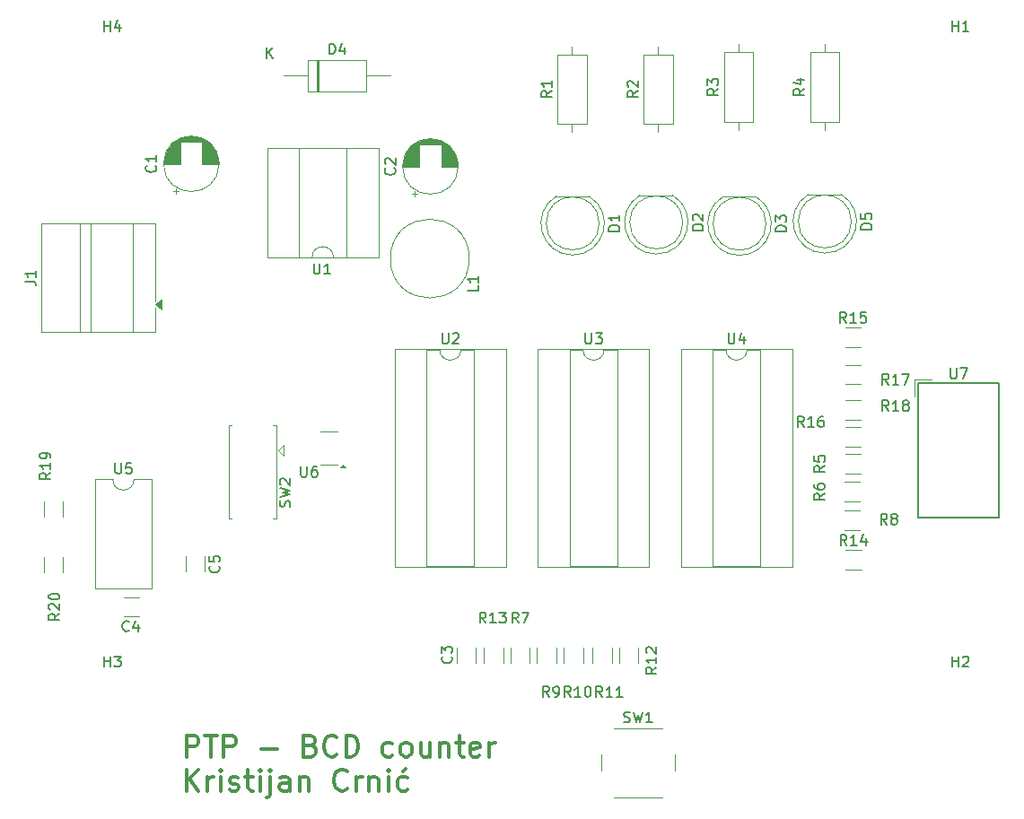
<source format=gbr>
%TF.GenerationSoftware,KiCad,Pcbnew,9.0.3*%
%TF.CreationDate,2025-12-16T11:33:00+01:00*%
%TF.ProjectId,Crnic_PTP_Project1,43726e69-635f-4505-9450-5f50726f6a65,rev?*%
%TF.SameCoordinates,Original*%
%TF.FileFunction,Legend,Top*%
%TF.FilePolarity,Positive*%
%FSLAX46Y46*%
G04 Gerber Fmt 4.6, Leading zero omitted, Abs format (unit mm)*
G04 Created by KiCad (PCBNEW 9.0.3) date 2025-12-16 11:33:00*
%MOMM*%
%LPD*%
G01*
G04 APERTURE LIST*
%ADD10C,0.300000*%
%ADD11C,0.150000*%
%ADD12C,0.120000*%
G04 APERTURE END LIST*
D10*
X117123558Y-127089750D02*
X117123558Y-125089750D01*
X117123558Y-125089750D02*
X117885463Y-125089750D01*
X117885463Y-125089750D02*
X118075939Y-125184988D01*
X118075939Y-125184988D02*
X118171177Y-125280226D01*
X118171177Y-125280226D02*
X118266415Y-125470702D01*
X118266415Y-125470702D02*
X118266415Y-125756416D01*
X118266415Y-125756416D02*
X118171177Y-125946892D01*
X118171177Y-125946892D02*
X118075939Y-126042131D01*
X118075939Y-126042131D02*
X117885463Y-126137369D01*
X117885463Y-126137369D02*
X117123558Y-126137369D01*
X118837844Y-125089750D02*
X119980701Y-125089750D01*
X119409272Y-127089750D02*
X119409272Y-125089750D01*
X120647368Y-127089750D02*
X120647368Y-125089750D01*
X120647368Y-125089750D02*
X121409273Y-125089750D01*
X121409273Y-125089750D02*
X121599749Y-125184988D01*
X121599749Y-125184988D02*
X121694987Y-125280226D01*
X121694987Y-125280226D02*
X121790225Y-125470702D01*
X121790225Y-125470702D02*
X121790225Y-125756416D01*
X121790225Y-125756416D02*
X121694987Y-125946892D01*
X121694987Y-125946892D02*
X121599749Y-126042131D01*
X121599749Y-126042131D02*
X121409273Y-126137369D01*
X121409273Y-126137369D02*
X120647368Y-126137369D01*
X124171178Y-126327845D02*
X125694988Y-126327845D01*
X128837845Y-126042131D02*
X129123559Y-126137369D01*
X129123559Y-126137369D02*
X129218797Y-126232607D01*
X129218797Y-126232607D02*
X129314035Y-126423083D01*
X129314035Y-126423083D02*
X129314035Y-126708797D01*
X129314035Y-126708797D02*
X129218797Y-126899273D01*
X129218797Y-126899273D02*
X129123559Y-126994512D01*
X129123559Y-126994512D02*
X128933083Y-127089750D01*
X128933083Y-127089750D02*
X128171178Y-127089750D01*
X128171178Y-127089750D02*
X128171178Y-125089750D01*
X128171178Y-125089750D02*
X128837845Y-125089750D01*
X128837845Y-125089750D02*
X129028321Y-125184988D01*
X129028321Y-125184988D02*
X129123559Y-125280226D01*
X129123559Y-125280226D02*
X129218797Y-125470702D01*
X129218797Y-125470702D02*
X129218797Y-125661178D01*
X129218797Y-125661178D02*
X129123559Y-125851654D01*
X129123559Y-125851654D02*
X129028321Y-125946892D01*
X129028321Y-125946892D02*
X128837845Y-126042131D01*
X128837845Y-126042131D02*
X128171178Y-126042131D01*
X131314035Y-126899273D02*
X131218797Y-126994512D01*
X131218797Y-126994512D02*
X130933083Y-127089750D01*
X130933083Y-127089750D02*
X130742607Y-127089750D01*
X130742607Y-127089750D02*
X130456892Y-126994512D01*
X130456892Y-126994512D02*
X130266416Y-126804035D01*
X130266416Y-126804035D02*
X130171178Y-126613559D01*
X130171178Y-126613559D02*
X130075940Y-126232607D01*
X130075940Y-126232607D02*
X130075940Y-125946892D01*
X130075940Y-125946892D02*
X130171178Y-125565940D01*
X130171178Y-125565940D02*
X130266416Y-125375464D01*
X130266416Y-125375464D02*
X130456892Y-125184988D01*
X130456892Y-125184988D02*
X130742607Y-125089750D01*
X130742607Y-125089750D02*
X130933083Y-125089750D01*
X130933083Y-125089750D02*
X131218797Y-125184988D01*
X131218797Y-125184988D02*
X131314035Y-125280226D01*
X132171178Y-127089750D02*
X132171178Y-125089750D01*
X132171178Y-125089750D02*
X132647368Y-125089750D01*
X132647368Y-125089750D02*
X132933083Y-125184988D01*
X132933083Y-125184988D02*
X133123559Y-125375464D01*
X133123559Y-125375464D02*
X133218797Y-125565940D01*
X133218797Y-125565940D02*
X133314035Y-125946892D01*
X133314035Y-125946892D02*
X133314035Y-126232607D01*
X133314035Y-126232607D02*
X133218797Y-126613559D01*
X133218797Y-126613559D02*
X133123559Y-126804035D01*
X133123559Y-126804035D02*
X132933083Y-126994512D01*
X132933083Y-126994512D02*
X132647368Y-127089750D01*
X132647368Y-127089750D02*
X132171178Y-127089750D01*
X136552131Y-126994512D02*
X136361655Y-127089750D01*
X136361655Y-127089750D02*
X135980702Y-127089750D01*
X135980702Y-127089750D02*
X135790226Y-126994512D01*
X135790226Y-126994512D02*
X135694988Y-126899273D01*
X135694988Y-126899273D02*
X135599750Y-126708797D01*
X135599750Y-126708797D02*
X135599750Y-126137369D01*
X135599750Y-126137369D02*
X135694988Y-125946892D01*
X135694988Y-125946892D02*
X135790226Y-125851654D01*
X135790226Y-125851654D02*
X135980702Y-125756416D01*
X135980702Y-125756416D02*
X136361655Y-125756416D01*
X136361655Y-125756416D02*
X136552131Y-125851654D01*
X137694988Y-127089750D02*
X137504512Y-126994512D01*
X137504512Y-126994512D02*
X137409274Y-126899273D01*
X137409274Y-126899273D02*
X137314036Y-126708797D01*
X137314036Y-126708797D02*
X137314036Y-126137369D01*
X137314036Y-126137369D02*
X137409274Y-125946892D01*
X137409274Y-125946892D02*
X137504512Y-125851654D01*
X137504512Y-125851654D02*
X137694988Y-125756416D01*
X137694988Y-125756416D02*
X137980703Y-125756416D01*
X137980703Y-125756416D02*
X138171179Y-125851654D01*
X138171179Y-125851654D02*
X138266417Y-125946892D01*
X138266417Y-125946892D02*
X138361655Y-126137369D01*
X138361655Y-126137369D02*
X138361655Y-126708797D01*
X138361655Y-126708797D02*
X138266417Y-126899273D01*
X138266417Y-126899273D02*
X138171179Y-126994512D01*
X138171179Y-126994512D02*
X137980703Y-127089750D01*
X137980703Y-127089750D02*
X137694988Y-127089750D01*
X140075941Y-125756416D02*
X140075941Y-127089750D01*
X139218798Y-125756416D02*
X139218798Y-126804035D01*
X139218798Y-126804035D02*
X139314036Y-126994512D01*
X139314036Y-126994512D02*
X139504512Y-127089750D01*
X139504512Y-127089750D02*
X139790227Y-127089750D01*
X139790227Y-127089750D02*
X139980703Y-126994512D01*
X139980703Y-126994512D02*
X140075941Y-126899273D01*
X141028322Y-125756416D02*
X141028322Y-127089750D01*
X141028322Y-125946892D02*
X141123560Y-125851654D01*
X141123560Y-125851654D02*
X141314036Y-125756416D01*
X141314036Y-125756416D02*
X141599751Y-125756416D01*
X141599751Y-125756416D02*
X141790227Y-125851654D01*
X141790227Y-125851654D02*
X141885465Y-126042131D01*
X141885465Y-126042131D02*
X141885465Y-127089750D01*
X142552132Y-125756416D02*
X143314036Y-125756416D01*
X142837846Y-125089750D02*
X142837846Y-126804035D01*
X142837846Y-126804035D02*
X142933084Y-126994512D01*
X142933084Y-126994512D02*
X143123560Y-127089750D01*
X143123560Y-127089750D02*
X143314036Y-127089750D01*
X144742608Y-126994512D02*
X144552132Y-127089750D01*
X144552132Y-127089750D02*
X144171179Y-127089750D01*
X144171179Y-127089750D02*
X143980703Y-126994512D01*
X143980703Y-126994512D02*
X143885465Y-126804035D01*
X143885465Y-126804035D02*
X143885465Y-126042131D01*
X143885465Y-126042131D02*
X143980703Y-125851654D01*
X143980703Y-125851654D02*
X144171179Y-125756416D01*
X144171179Y-125756416D02*
X144552132Y-125756416D01*
X144552132Y-125756416D02*
X144742608Y-125851654D01*
X144742608Y-125851654D02*
X144837846Y-126042131D01*
X144837846Y-126042131D02*
X144837846Y-126232607D01*
X144837846Y-126232607D02*
X143885465Y-126423083D01*
X145694989Y-127089750D02*
X145694989Y-125756416D01*
X145694989Y-126137369D02*
X145790227Y-125946892D01*
X145790227Y-125946892D02*
X145885465Y-125851654D01*
X145885465Y-125851654D02*
X146075941Y-125756416D01*
X146075941Y-125756416D02*
X146266418Y-125756416D01*
X117123558Y-130309638D02*
X117123558Y-128309638D01*
X118266415Y-130309638D02*
X117409272Y-129166780D01*
X118266415Y-128309638D02*
X117123558Y-129452495D01*
X119123558Y-130309638D02*
X119123558Y-128976304D01*
X119123558Y-129357257D02*
X119218796Y-129166780D01*
X119218796Y-129166780D02*
X119314034Y-129071542D01*
X119314034Y-129071542D02*
X119504510Y-128976304D01*
X119504510Y-128976304D02*
X119694987Y-128976304D01*
X120361653Y-130309638D02*
X120361653Y-128976304D01*
X120361653Y-128309638D02*
X120266415Y-128404876D01*
X120266415Y-128404876D02*
X120361653Y-128500114D01*
X120361653Y-128500114D02*
X120456891Y-128404876D01*
X120456891Y-128404876D02*
X120361653Y-128309638D01*
X120361653Y-128309638D02*
X120361653Y-128500114D01*
X121218796Y-130214400D02*
X121409272Y-130309638D01*
X121409272Y-130309638D02*
X121790224Y-130309638D01*
X121790224Y-130309638D02*
X121980701Y-130214400D01*
X121980701Y-130214400D02*
X122075939Y-130023923D01*
X122075939Y-130023923D02*
X122075939Y-129928685D01*
X122075939Y-129928685D02*
X121980701Y-129738209D01*
X121980701Y-129738209D02*
X121790224Y-129642971D01*
X121790224Y-129642971D02*
X121504510Y-129642971D01*
X121504510Y-129642971D02*
X121314034Y-129547733D01*
X121314034Y-129547733D02*
X121218796Y-129357257D01*
X121218796Y-129357257D02*
X121218796Y-129262019D01*
X121218796Y-129262019D02*
X121314034Y-129071542D01*
X121314034Y-129071542D02*
X121504510Y-128976304D01*
X121504510Y-128976304D02*
X121790224Y-128976304D01*
X121790224Y-128976304D02*
X121980701Y-129071542D01*
X122647368Y-128976304D02*
X123409272Y-128976304D01*
X122933082Y-128309638D02*
X122933082Y-130023923D01*
X122933082Y-130023923D02*
X123028320Y-130214400D01*
X123028320Y-130214400D02*
X123218796Y-130309638D01*
X123218796Y-130309638D02*
X123409272Y-130309638D01*
X124075939Y-130309638D02*
X124075939Y-128976304D01*
X124075939Y-128309638D02*
X123980701Y-128404876D01*
X123980701Y-128404876D02*
X124075939Y-128500114D01*
X124075939Y-128500114D02*
X124171177Y-128404876D01*
X124171177Y-128404876D02*
X124075939Y-128309638D01*
X124075939Y-128309638D02*
X124075939Y-128500114D01*
X125028320Y-128976304D02*
X125028320Y-130690590D01*
X125028320Y-130690590D02*
X124933082Y-130881066D01*
X124933082Y-130881066D02*
X124742606Y-130976304D01*
X124742606Y-130976304D02*
X124647368Y-130976304D01*
X125028320Y-128309638D02*
X124933082Y-128404876D01*
X124933082Y-128404876D02*
X125028320Y-128500114D01*
X125028320Y-128500114D02*
X125123558Y-128404876D01*
X125123558Y-128404876D02*
X125028320Y-128309638D01*
X125028320Y-128309638D02*
X125028320Y-128500114D01*
X126837844Y-130309638D02*
X126837844Y-129262019D01*
X126837844Y-129262019D02*
X126742606Y-129071542D01*
X126742606Y-129071542D02*
X126552130Y-128976304D01*
X126552130Y-128976304D02*
X126171177Y-128976304D01*
X126171177Y-128976304D02*
X125980701Y-129071542D01*
X126837844Y-130214400D02*
X126647368Y-130309638D01*
X126647368Y-130309638D02*
X126171177Y-130309638D01*
X126171177Y-130309638D02*
X125980701Y-130214400D01*
X125980701Y-130214400D02*
X125885463Y-130023923D01*
X125885463Y-130023923D02*
X125885463Y-129833447D01*
X125885463Y-129833447D02*
X125980701Y-129642971D01*
X125980701Y-129642971D02*
X126171177Y-129547733D01*
X126171177Y-129547733D02*
X126647368Y-129547733D01*
X126647368Y-129547733D02*
X126837844Y-129452495D01*
X127790225Y-128976304D02*
X127790225Y-130309638D01*
X127790225Y-129166780D02*
X127885463Y-129071542D01*
X127885463Y-129071542D02*
X128075939Y-128976304D01*
X128075939Y-128976304D02*
X128361654Y-128976304D01*
X128361654Y-128976304D02*
X128552130Y-129071542D01*
X128552130Y-129071542D02*
X128647368Y-129262019D01*
X128647368Y-129262019D02*
X128647368Y-130309638D01*
X132266416Y-130119161D02*
X132171178Y-130214400D01*
X132171178Y-130214400D02*
X131885464Y-130309638D01*
X131885464Y-130309638D02*
X131694988Y-130309638D01*
X131694988Y-130309638D02*
X131409273Y-130214400D01*
X131409273Y-130214400D02*
X131218797Y-130023923D01*
X131218797Y-130023923D02*
X131123559Y-129833447D01*
X131123559Y-129833447D02*
X131028321Y-129452495D01*
X131028321Y-129452495D02*
X131028321Y-129166780D01*
X131028321Y-129166780D02*
X131123559Y-128785828D01*
X131123559Y-128785828D02*
X131218797Y-128595352D01*
X131218797Y-128595352D02*
X131409273Y-128404876D01*
X131409273Y-128404876D02*
X131694988Y-128309638D01*
X131694988Y-128309638D02*
X131885464Y-128309638D01*
X131885464Y-128309638D02*
X132171178Y-128404876D01*
X132171178Y-128404876D02*
X132266416Y-128500114D01*
X133123559Y-130309638D02*
X133123559Y-128976304D01*
X133123559Y-129357257D02*
X133218797Y-129166780D01*
X133218797Y-129166780D02*
X133314035Y-129071542D01*
X133314035Y-129071542D02*
X133504511Y-128976304D01*
X133504511Y-128976304D02*
X133694988Y-128976304D01*
X134361654Y-128976304D02*
X134361654Y-130309638D01*
X134361654Y-129166780D02*
X134456892Y-129071542D01*
X134456892Y-129071542D02*
X134647368Y-128976304D01*
X134647368Y-128976304D02*
X134933083Y-128976304D01*
X134933083Y-128976304D02*
X135123559Y-129071542D01*
X135123559Y-129071542D02*
X135218797Y-129262019D01*
X135218797Y-129262019D02*
X135218797Y-130309638D01*
X136171178Y-130309638D02*
X136171178Y-128976304D01*
X136171178Y-128309638D02*
X136075940Y-128404876D01*
X136075940Y-128404876D02*
X136171178Y-128500114D01*
X136171178Y-128500114D02*
X136266416Y-128404876D01*
X136266416Y-128404876D02*
X136171178Y-128309638D01*
X136171178Y-128309638D02*
X136171178Y-128500114D01*
X137980702Y-130214400D02*
X137790226Y-130309638D01*
X137790226Y-130309638D02*
X137409273Y-130309638D01*
X137409273Y-130309638D02*
X137218797Y-130214400D01*
X137218797Y-130214400D02*
X137123559Y-130119161D01*
X137123559Y-130119161D02*
X137028321Y-129928685D01*
X137028321Y-129928685D02*
X137028321Y-129357257D01*
X137028321Y-129357257D02*
X137123559Y-129166780D01*
X137123559Y-129166780D02*
X137218797Y-129071542D01*
X137218797Y-129071542D02*
X137409273Y-128976304D01*
X137409273Y-128976304D02*
X137790226Y-128976304D01*
X137790226Y-128976304D02*
X137980702Y-129071542D01*
X137790226Y-128214400D02*
X137504511Y-128500114D01*
D11*
X104284819Y-100292857D02*
X103808628Y-100626190D01*
X104284819Y-100864285D02*
X103284819Y-100864285D01*
X103284819Y-100864285D02*
X103284819Y-100483333D01*
X103284819Y-100483333D02*
X103332438Y-100388095D01*
X103332438Y-100388095D02*
X103380057Y-100340476D01*
X103380057Y-100340476D02*
X103475295Y-100292857D01*
X103475295Y-100292857D02*
X103618152Y-100292857D01*
X103618152Y-100292857D02*
X103713390Y-100340476D01*
X103713390Y-100340476D02*
X103761009Y-100388095D01*
X103761009Y-100388095D02*
X103808628Y-100483333D01*
X103808628Y-100483333D02*
X103808628Y-100864285D01*
X104284819Y-99340476D02*
X104284819Y-99911904D01*
X104284819Y-99626190D02*
X103284819Y-99626190D01*
X103284819Y-99626190D02*
X103427676Y-99721428D01*
X103427676Y-99721428D02*
X103522914Y-99816666D01*
X103522914Y-99816666D02*
X103570533Y-99911904D01*
X104284819Y-98864285D02*
X104284819Y-98673809D01*
X104284819Y-98673809D02*
X104237200Y-98578571D01*
X104237200Y-98578571D02*
X104189580Y-98530952D01*
X104189580Y-98530952D02*
X104046723Y-98435714D01*
X104046723Y-98435714D02*
X103856247Y-98388095D01*
X103856247Y-98388095D02*
X103475295Y-98388095D01*
X103475295Y-98388095D02*
X103380057Y-98435714D01*
X103380057Y-98435714D02*
X103332438Y-98483333D01*
X103332438Y-98483333D02*
X103284819Y-98578571D01*
X103284819Y-98578571D02*
X103284819Y-98769047D01*
X103284819Y-98769047D02*
X103332438Y-98864285D01*
X103332438Y-98864285D02*
X103380057Y-98911904D01*
X103380057Y-98911904D02*
X103475295Y-98959523D01*
X103475295Y-98959523D02*
X103713390Y-98959523D01*
X103713390Y-98959523D02*
X103808628Y-98911904D01*
X103808628Y-98911904D02*
X103856247Y-98864285D01*
X103856247Y-98864285D02*
X103903866Y-98769047D01*
X103903866Y-98769047D02*
X103903866Y-98578571D01*
X103903866Y-98578571D02*
X103856247Y-98483333D01*
X103856247Y-98483333D02*
X103808628Y-98435714D01*
X103808628Y-98435714D02*
X103713390Y-98388095D01*
X173703906Y-77518094D02*
X172703906Y-77518094D01*
X172703906Y-77518094D02*
X172703906Y-77279999D01*
X172703906Y-77279999D02*
X172751525Y-77137142D01*
X172751525Y-77137142D02*
X172846763Y-77041904D01*
X172846763Y-77041904D02*
X172942001Y-76994285D01*
X172942001Y-76994285D02*
X173132477Y-76946666D01*
X173132477Y-76946666D02*
X173275334Y-76946666D01*
X173275334Y-76946666D02*
X173465810Y-76994285D01*
X173465810Y-76994285D02*
X173561048Y-77041904D01*
X173561048Y-77041904D02*
X173656287Y-77137142D01*
X173656287Y-77137142D02*
X173703906Y-77279999D01*
X173703906Y-77279999D02*
X173703906Y-77518094D01*
X172703906Y-76613332D02*
X172703906Y-75994285D01*
X172703906Y-75994285D02*
X173084858Y-76327618D01*
X173084858Y-76327618D02*
X173084858Y-76184761D01*
X173084858Y-76184761D02*
X173132477Y-76089523D01*
X173132477Y-76089523D02*
X173180096Y-76041904D01*
X173180096Y-76041904D02*
X173275334Y-75994285D01*
X173275334Y-75994285D02*
X173513429Y-75994285D01*
X173513429Y-75994285D02*
X173608667Y-76041904D01*
X173608667Y-76041904D02*
X173656287Y-76089523D01*
X173656287Y-76089523D02*
X173703906Y-76184761D01*
X173703906Y-76184761D02*
X173703906Y-76470475D01*
X173703906Y-76470475D02*
X173656287Y-76565713D01*
X173656287Y-76565713D02*
X173608667Y-76613332D01*
X151333333Y-121454819D02*
X151000000Y-120978628D01*
X150761905Y-121454819D02*
X150761905Y-120454819D01*
X150761905Y-120454819D02*
X151142857Y-120454819D01*
X151142857Y-120454819D02*
X151238095Y-120502438D01*
X151238095Y-120502438D02*
X151285714Y-120550057D01*
X151285714Y-120550057D02*
X151333333Y-120645295D01*
X151333333Y-120645295D02*
X151333333Y-120788152D01*
X151333333Y-120788152D02*
X151285714Y-120883390D01*
X151285714Y-120883390D02*
X151238095Y-120931009D01*
X151238095Y-120931009D02*
X151142857Y-120978628D01*
X151142857Y-120978628D02*
X150761905Y-120978628D01*
X151809524Y-121454819D02*
X152000000Y-121454819D01*
X152000000Y-121454819D02*
X152095238Y-121407200D01*
X152095238Y-121407200D02*
X152142857Y-121359580D01*
X152142857Y-121359580D02*
X152238095Y-121216723D01*
X152238095Y-121216723D02*
X152285714Y-121026247D01*
X152285714Y-121026247D02*
X152285714Y-120645295D01*
X152285714Y-120645295D02*
X152238095Y-120550057D01*
X152238095Y-120550057D02*
X152190476Y-120502438D01*
X152190476Y-120502438D02*
X152095238Y-120454819D01*
X152095238Y-120454819D02*
X151904762Y-120454819D01*
X151904762Y-120454819D02*
X151809524Y-120502438D01*
X151809524Y-120502438D02*
X151761905Y-120550057D01*
X151761905Y-120550057D02*
X151714286Y-120645295D01*
X151714286Y-120645295D02*
X151714286Y-120883390D01*
X151714286Y-120883390D02*
X151761905Y-120978628D01*
X151761905Y-120978628D02*
X151809524Y-121026247D01*
X151809524Y-121026247D02*
X151904762Y-121073866D01*
X151904762Y-121073866D02*
X152095238Y-121073866D01*
X152095238Y-121073866D02*
X152190476Y-121026247D01*
X152190476Y-121026247D02*
X152238095Y-120978628D01*
X152238095Y-120978628D02*
X152285714Y-120883390D01*
X168253095Y-87109819D02*
X168253095Y-87919342D01*
X168253095Y-87919342D02*
X168300714Y-88014580D01*
X168300714Y-88014580D02*
X168348333Y-88062200D01*
X168348333Y-88062200D02*
X168443571Y-88109819D01*
X168443571Y-88109819D02*
X168634047Y-88109819D01*
X168634047Y-88109819D02*
X168729285Y-88062200D01*
X168729285Y-88062200D02*
X168776904Y-88014580D01*
X168776904Y-88014580D02*
X168824523Y-87919342D01*
X168824523Y-87919342D02*
X168824523Y-87109819D01*
X169729285Y-87443152D02*
X169729285Y-88109819D01*
X169491190Y-87062200D02*
X169253095Y-87776485D01*
X169253095Y-87776485D02*
X169872142Y-87776485D01*
X136734580Y-71541666D02*
X136782200Y-71589285D01*
X136782200Y-71589285D02*
X136829819Y-71732142D01*
X136829819Y-71732142D02*
X136829819Y-71827380D01*
X136829819Y-71827380D02*
X136782200Y-71970237D01*
X136782200Y-71970237D02*
X136686961Y-72065475D01*
X136686961Y-72065475D02*
X136591723Y-72113094D01*
X136591723Y-72113094D02*
X136401247Y-72160713D01*
X136401247Y-72160713D02*
X136258390Y-72160713D01*
X136258390Y-72160713D02*
X136067914Y-72113094D01*
X136067914Y-72113094D02*
X135972676Y-72065475D01*
X135972676Y-72065475D02*
X135877438Y-71970237D01*
X135877438Y-71970237D02*
X135829819Y-71827380D01*
X135829819Y-71827380D02*
X135829819Y-71732142D01*
X135829819Y-71732142D02*
X135877438Y-71589285D01*
X135877438Y-71589285D02*
X135925057Y-71541666D01*
X135925057Y-71160713D02*
X135877438Y-71113094D01*
X135877438Y-71113094D02*
X135829819Y-71017856D01*
X135829819Y-71017856D02*
X135829819Y-70779761D01*
X135829819Y-70779761D02*
X135877438Y-70684523D01*
X135877438Y-70684523D02*
X135925057Y-70636904D01*
X135925057Y-70636904D02*
X136020295Y-70589285D01*
X136020295Y-70589285D02*
X136115533Y-70589285D01*
X136115533Y-70589285D02*
X136258390Y-70636904D01*
X136258390Y-70636904D02*
X136829819Y-71208332D01*
X136829819Y-71208332D02*
X136829819Y-70589285D01*
X111693333Y-115179580D02*
X111645714Y-115227200D01*
X111645714Y-115227200D02*
X111502857Y-115274819D01*
X111502857Y-115274819D02*
X111407619Y-115274819D01*
X111407619Y-115274819D02*
X111264762Y-115227200D01*
X111264762Y-115227200D02*
X111169524Y-115131961D01*
X111169524Y-115131961D02*
X111121905Y-115036723D01*
X111121905Y-115036723D02*
X111074286Y-114846247D01*
X111074286Y-114846247D02*
X111074286Y-114703390D01*
X111074286Y-114703390D02*
X111121905Y-114512914D01*
X111121905Y-114512914D02*
X111169524Y-114417676D01*
X111169524Y-114417676D02*
X111264762Y-114322438D01*
X111264762Y-114322438D02*
X111407619Y-114274819D01*
X111407619Y-114274819D02*
X111502857Y-114274819D01*
X111502857Y-114274819D02*
X111645714Y-114322438D01*
X111645714Y-114322438D02*
X111693333Y-114370057D01*
X112550476Y-114608152D02*
X112550476Y-115274819D01*
X112312381Y-114227200D02*
X112074286Y-114941485D01*
X112074286Y-114941485D02*
X112693333Y-114941485D01*
X145357142Y-114454819D02*
X145023809Y-113978628D01*
X144785714Y-114454819D02*
X144785714Y-113454819D01*
X144785714Y-113454819D02*
X145166666Y-113454819D01*
X145166666Y-113454819D02*
X145261904Y-113502438D01*
X145261904Y-113502438D02*
X145309523Y-113550057D01*
X145309523Y-113550057D02*
X145357142Y-113645295D01*
X145357142Y-113645295D02*
X145357142Y-113788152D01*
X145357142Y-113788152D02*
X145309523Y-113883390D01*
X145309523Y-113883390D02*
X145261904Y-113931009D01*
X145261904Y-113931009D02*
X145166666Y-113978628D01*
X145166666Y-113978628D02*
X144785714Y-113978628D01*
X146309523Y-114454819D02*
X145738095Y-114454819D01*
X146023809Y-114454819D02*
X146023809Y-113454819D01*
X146023809Y-113454819D02*
X145928571Y-113597676D01*
X145928571Y-113597676D02*
X145833333Y-113692914D01*
X145833333Y-113692914D02*
X145738095Y-113740533D01*
X146642857Y-113454819D02*
X147261904Y-113454819D01*
X147261904Y-113454819D02*
X146928571Y-113835771D01*
X146928571Y-113835771D02*
X147071428Y-113835771D01*
X147071428Y-113835771D02*
X147166666Y-113883390D01*
X147166666Y-113883390D02*
X147214285Y-113931009D01*
X147214285Y-113931009D02*
X147261904Y-114026247D01*
X147261904Y-114026247D02*
X147261904Y-114264342D01*
X147261904Y-114264342D02*
X147214285Y-114359580D01*
X147214285Y-114359580D02*
X147166666Y-114407200D01*
X147166666Y-114407200D02*
X147071428Y-114454819D01*
X147071428Y-114454819D02*
X146785714Y-114454819D01*
X146785714Y-114454819D02*
X146690476Y-114407200D01*
X146690476Y-114407200D02*
X146642857Y-114359580D01*
X175409819Y-64041666D02*
X174933628Y-64374999D01*
X175409819Y-64613094D02*
X174409819Y-64613094D01*
X174409819Y-64613094D02*
X174409819Y-64232142D01*
X174409819Y-64232142D02*
X174457438Y-64136904D01*
X174457438Y-64136904D02*
X174505057Y-64089285D01*
X174505057Y-64089285D02*
X174600295Y-64041666D01*
X174600295Y-64041666D02*
X174743152Y-64041666D01*
X174743152Y-64041666D02*
X174838390Y-64089285D01*
X174838390Y-64089285D02*
X174886009Y-64136904D01*
X174886009Y-64136904D02*
X174933628Y-64232142D01*
X174933628Y-64232142D02*
X174933628Y-64613094D01*
X174743152Y-63184523D02*
X175409819Y-63184523D01*
X174362200Y-63422618D02*
X175076485Y-63660713D01*
X175076485Y-63660713D02*
X175076485Y-63041666D01*
X183213333Y-105174819D02*
X182880000Y-104698628D01*
X182641905Y-105174819D02*
X182641905Y-104174819D01*
X182641905Y-104174819D02*
X183022857Y-104174819D01*
X183022857Y-104174819D02*
X183118095Y-104222438D01*
X183118095Y-104222438D02*
X183165714Y-104270057D01*
X183165714Y-104270057D02*
X183213333Y-104365295D01*
X183213333Y-104365295D02*
X183213333Y-104508152D01*
X183213333Y-104508152D02*
X183165714Y-104603390D01*
X183165714Y-104603390D02*
X183118095Y-104651009D01*
X183118095Y-104651009D02*
X183022857Y-104698628D01*
X183022857Y-104698628D02*
X182641905Y-104698628D01*
X183784762Y-104603390D02*
X183689524Y-104555771D01*
X183689524Y-104555771D02*
X183641905Y-104508152D01*
X183641905Y-104508152D02*
X183594286Y-104412914D01*
X183594286Y-104412914D02*
X183594286Y-104365295D01*
X183594286Y-104365295D02*
X183641905Y-104270057D01*
X183641905Y-104270057D02*
X183689524Y-104222438D01*
X183689524Y-104222438D02*
X183784762Y-104174819D01*
X183784762Y-104174819D02*
X183975238Y-104174819D01*
X183975238Y-104174819D02*
X184070476Y-104222438D01*
X184070476Y-104222438D02*
X184118095Y-104270057D01*
X184118095Y-104270057D02*
X184165714Y-104365295D01*
X184165714Y-104365295D02*
X184165714Y-104412914D01*
X184165714Y-104412914D02*
X184118095Y-104508152D01*
X184118095Y-104508152D02*
X184070476Y-104555771D01*
X184070476Y-104555771D02*
X183975238Y-104603390D01*
X183975238Y-104603390D02*
X183784762Y-104603390D01*
X183784762Y-104603390D02*
X183689524Y-104651009D01*
X183689524Y-104651009D02*
X183641905Y-104698628D01*
X183641905Y-104698628D02*
X183594286Y-104793866D01*
X183594286Y-104793866D02*
X183594286Y-104984342D01*
X183594286Y-104984342D02*
X183641905Y-105079580D01*
X183641905Y-105079580D02*
X183689524Y-105127200D01*
X183689524Y-105127200D02*
X183784762Y-105174819D01*
X183784762Y-105174819D02*
X183975238Y-105174819D01*
X183975238Y-105174819D02*
X184070476Y-105127200D01*
X184070476Y-105127200D02*
X184118095Y-105079580D01*
X184118095Y-105079580D02*
X184165714Y-104984342D01*
X184165714Y-104984342D02*
X184165714Y-104793866D01*
X184165714Y-104793866D02*
X184118095Y-104698628D01*
X184118095Y-104698628D02*
X184070476Y-104651009D01*
X184070476Y-104651009D02*
X183975238Y-104603390D01*
X181753906Y-77308094D02*
X180753906Y-77308094D01*
X180753906Y-77308094D02*
X180753906Y-77069999D01*
X180753906Y-77069999D02*
X180801525Y-76927142D01*
X180801525Y-76927142D02*
X180896763Y-76831904D01*
X180896763Y-76831904D02*
X180992001Y-76784285D01*
X180992001Y-76784285D02*
X181182477Y-76736666D01*
X181182477Y-76736666D02*
X181325334Y-76736666D01*
X181325334Y-76736666D02*
X181515810Y-76784285D01*
X181515810Y-76784285D02*
X181611048Y-76831904D01*
X181611048Y-76831904D02*
X181706287Y-76927142D01*
X181706287Y-76927142D02*
X181753906Y-77069999D01*
X181753906Y-77069999D02*
X181753906Y-77308094D01*
X180753906Y-75831904D02*
X180753906Y-76308094D01*
X180753906Y-76308094D02*
X181230096Y-76355713D01*
X181230096Y-76355713D02*
X181182477Y-76308094D01*
X181182477Y-76308094D02*
X181134858Y-76212856D01*
X181134858Y-76212856D02*
X181134858Y-75974761D01*
X181134858Y-75974761D02*
X181182477Y-75879523D01*
X181182477Y-75879523D02*
X181230096Y-75831904D01*
X181230096Y-75831904D02*
X181325334Y-75784285D01*
X181325334Y-75784285D02*
X181563429Y-75784285D01*
X181563429Y-75784285D02*
X181658667Y-75831904D01*
X181658667Y-75831904D02*
X181706287Y-75879523D01*
X181706287Y-75879523D02*
X181753906Y-75974761D01*
X181753906Y-75974761D02*
X181753906Y-76212856D01*
X181753906Y-76212856D02*
X181706287Y-76308094D01*
X181706287Y-76308094D02*
X181658667Y-76355713D01*
X167284819Y-64041666D02*
X166808628Y-64374999D01*
X167284819Y-64613094D02*
X166284819Y-64613094D01*
X166284819Y-64613094D02*
X166284819Y-64232142D01*
X166284819Y-64232142D02*
X166332438Y-64136904D01*
X166332438Y-64136904D02*
X166380057Y-64089285D01*
X166380057Y-64089285D02*
X166475295Y-64041666D01*
X166475295Y-64041666D02*
X166618152Y-64041666D01*
X166618152Y-64041666D02*
X166713390Y-64089285D01*
X166713390Y-64089285D02*
X166761009Y-64136904D01*
X166761009Y-64136904D02*
X166808628Y-64232142D01*
X166808628Y-64232142D02*
X166808628Y-64613094D01*
X166284819Y-63708332D02*
X166284819Y-63089285D01*
X166284819Y-63089285D02*
X166665771Y-63422618D01*
X166665771Y-63422618D02*
X166665771Y-63279761D01*
X166665771Y-63279761D02*
X166713390Y-63184523D01*
X166713390Y-63184523D02*
X166761009Y-63136904D01*
X166761009Y-63136904D02*
X166856247Y-63089285D01*
X166856247Y-63089285D02*
X167094342Y-63089285D01*
X167094342Y-63089285D02*
X167189580Y-63136904D01*
X167189580Y-63136904D02*
X167237200Y-63184523D01*
X167237200Y-63184523D02*
X167284819Y-63279761D01*
X167284819Y-63279761D02*
X167284819Y-63565475D01*
X167284819Y-63565475D02*
X167237200Y-63660713D01*
X167237200Y-63660713D02*
X167189580Y-63708332D01*
X179407142Y-107124819D02*
X179073809Y-106648628D01*
X178835714Y-107124819D02*
X178835714Y-106124819D01*
X178835714Y-106124819D02*
X179216666Y-106124819D01*
X179216666Y-106124819D02*
X179311904Y-106172438D01*
X179311904Y-106172438D02*
X179359523Y-106220057D01*
X179359523Y-106220057D02*
X179407142Y-106315295D01*
X179407142Y-106315295D02*
X179407142Y-106458152D01*
X179407142Y-106458152D02*
X179359523Y-106553390D01*
X179359523Y-106553390D02*
X179311904Y-106601009D01*
X179311904Y-106601009D02*
X179216666Y-106648628D01*
X179216666Y-106648628D02*
X178835714Y-106648628D01*
X180359523Y-107124819D02*
X179788095Y-107124819D01*
X180073809Y-107124819D02*
X180073809Y-106124819D01*
X180073809Y-106124819D02*
X179978571Y-106267676D01*
X179978571Y-106267676D02*
X179883333Y-106362914D01*
X179883333Y-106362914D02*
X179788095Y-106410533D01*
X181216666Y-106458152D02*
X181216666Y-107124819D01*
X180978571Y-106077200D02*
X180740476Y-106791485D01*
X180740476Y-106791485D02*
X181359523Y-106791485D01*
X183357142Y-94454819D02*
X183023809Y-93978628D01*
X182785714Y-94454819D02*
X182785714Y-93454819D01*
X182785714Y-93454819D02*
X183166666Y-93454819D01*
X183166666Y-93454819D02*
X183261904Y-93502438D01*
X183261904Y-93502438D02*
X183309523Y-93550057D01*
X183309523Y-93550057D02*
X183357142Y-93645295D01*
X183357142Y-93645295D02*
X183357142Y-93788152D01*
X183357142Y-93788152D02*
X183309523Y-93883390D01*
X183309523Y-93883390D02*
X183261904Y-93931009D01*
X183261904Y-93931009D02*
X183166666Y-93978628D01*
X183166666Y-93978628D02*
X182785714Y-93978628D01*
X184309523Y-94454819D02*
X183738095Y-94454819D01*
X184023809Y-94454819D02*
X184023809Y-93454819D01*
X184023809Y-93454819D02*
X183928571Y-93597676D01*
X183928571Y-93597676D02*
X183833333Y-93692914D01*
X183833333Y-93692914D02*
X183738095Y-93740533D01*
X184880952Y-93883390D02*
X184785714Y-93835771D01*
X184785714Y-93835771D02*
X184738095Y-93788152D01*
X184738095Y-93788152D02*
X184690476Y-93692914D01*
X184690476Y-93692914D02*
X184690476Y-93645295D01*
X184690476Y-93645295D02*
X184738095Y-93550057D01*
X184738095Y-93550057D02*
X184785714Y-93502438D01*
X184785714Y-93502438D02*
X184880952Y-93454819D01*
X184880952Y-93454819D02*
X185071428Y-93454819D01*
X185071428Y-93454819D02*
X185166666Y-93502438D01*
X185166666Y-93502438D02*
X185214285Y-93550057D01*
X185214285Y-93550057D02*
X185261904Y-93645295D01*
X185261904Y-93645295D02*
X185261904Y-93692914D01*
X185261904Y-93692914D02*
X185214285Y-93788152D01*
X185214285Y-93788152D02*
X185166666Y-93835771D01*
X185166666Y-93835771D02*
X185071428Y-93883390D01*
X185071428Y-93883390D02*
X184880952Y-93883390D01*
X184880952Y-93883390D02*
X184785714Y-93931009D01*
X184785714Y-93931009D02*
X184738095Y-93978628D01*
X184738095Y-93978628D02*
X184690476Y-94073866D01*
X184690476Y-94073866D02*
X184690476Y-94264342D01*
X184690476Y-94264342D02*
X184738095Y-94359580D01*
X184738095Y-94359580D02*
X184785714Y-94407200D01*
X184785714Y-94407200D02*
X184880952Y-94454819D01*
X184880952Y-94454819D02*
X185071428Y-94454819D01*
X185071428Y-94454819D02*
X185166666Y-94407200D01*
X185166666Y-94407200D02*
X185214285Y-94359580D01*
X185214285Y-94359580D02*
X185261904Y-94264342D01*
X185261904Y-94264342D02*
X185261904Y-94073866D01*
X185261904Y-94073866D02*
X185214285Y-93978628D01*
X185214285Y-93978628D02*
X185166666Y-93931009D01*
X185166666Y-93931009D02*
X185071428Y-93883390D01*
X153357142Y-121454819D02*
X153023809Y-120978628D01*
X152785714Y-121454819D02*
X152785714Y-120454819D01*
X152785714Y-120454819D02*
X153166666Y-120454819D01*
X153166666Y-120454819D02*
X153261904Y-120502438D01*
X153261904Y-120502438D02*
X153309523Y-120550057D01*
X153309523Y-120550057D02*
X153357142Y-120645295D01*
X153357142Y-120645295D02*
X153357142Y-120788152D01*
X153357142Y-120788152D02*
X153309523Y-120883390D01*
X153309523Y-120883390D02*
X153261904Y-120931009D01*
X153261904Y-120931009D02*
X153166666Y-120978628D01*
X153166666Y-120978628D02*
X152785714Y-120978628D01*
X154309523Y-121454819D02*
X153738095Y-121454819D01*
X154023809Y-121454819D02*
X154023809Y-120454819D01*
X154023809Y-120454819D02*
X153928571Y-120597676D01*
X153928571Y-120597676D02*
X153833333Y-120692914D01*
X153833333Y-120692914D02*
X153738095Y-120740533D01*
X154928571Y-120454819D02*
X155023809Y-120454819D01*
X155023809Y-120454819D02*
X155119047Y-120502438D01*
X155119047Y-120502438D02*
X155166666Y-120550057D01*
X155166666Y-120550057D02*
X155214285Y-120645295D01*
X155214285Y-120645295D02*
X155261904Y-120835771D01*
X155261904Y-120835771D02*
X155261904Y-121073866D01*
X155261904Y-121073866D02*
X155214285Y-121264342D01*
X155214285Y-121264342D02*
X155166666Y-121359580D01*
X155166666Y-121359580D02*
X155119047Y-121407200D01*
X155119047Y-121407200D02*
X155023809Y-121454819D01*
X155023809Y-121454819D02*
X154928571Y-121454819D01*
X154928571Y-121454819D02*
X154833333Y-121407200D01*
X154833333Y-121407200D02*
X154785714Y-121359580D01*
X154785714Y-121359580D02*
X154738095Y-121264342D01*
X154738095Y-121264342D02*
X154690476Y-121073866D01*
X154690476Y-121073866D02*
X154690476Y-120835771D01*
X154690476Y-120835771D02*
X154738095Y-120645295D01*
X154738095Y-120645295D02*
X154785714Y-120550057D01*
X154785714Y-120550057D02*
X154833333Y-120502438D01*
X154833333Y-120502438D02*
X154928571Y-120454819D01*
X175357142Y-95954819D02*
X175023809Y-95478628D01*
X174785714Y-95954819D02*
X174785714Y-94954819D01*
X174785714Y-94954819D02*
X175166666Y-94954819D01*
X175166666Y-94954819D02*
X175261904Y-95002438D01*
X175261904Y-95002438D02*
X175309523Y-95050057D01*
X175309523Y-95050057D02*
X175357142Y-95145295D01*
X175357142Y-95145295D02*
X175357142Y-95288152D01*
X175357142Y-95288152D02*
X175309523Y-95383390D01*
X175309523Y-95383390D02*
X175261904Y-95431009D01*
X175261904Y-95431009D02*
X175166666Y-95478628D01*
X175166666Y-95478628D02*
X174785714Y-95478628D01*
X176309523Y-95954819D02*
X175738095Y-95954819D01*
X176023809Y-95954819D02*
X176023809Y-94954819D01*
X176023809Y-94954819D02*
X175928571Y-95097676D01*
X175928571Y-95097676D02*
X175833333Y-95192914D01*
X175833333Y-95192914D02*
X175738095Y-95240533D01*
X177166666Y-94954819D02*
X176976190Y-94954819D01*
X176976190Y-94954819D02*
X176880952Y-95002438D01*
X176880952Y-95002438D02*
X176833333Y-95050057D01*
X176833333Y-95050057D02*
X176738095Y-95192914D01*
X176738095Y-95192914D02*
X176690476Y-95383390D01*
X176690476Y-95383390D02*
X176690476Y-95764342D01*
X176690476Y-95764342D02*
X176738095Y-95859580D01*
X176738095Y-95859580D02*
X176785714Y-95907200D01*
X176785714Y-95907200D02*
X176880952Y-95954819D01*
X176880952Y-95954819D02*
X177071428Y-95954819D01*
X177071428Y-95954819D02*
X177166666Y-95907200D01*
X177166666Y-95907200D02*
X177214285Y-95859580D01*
X177214285Y-95859580D02*
X177261904Y-95764342D01*
X177261904Y-95764342D02*
X177261904Y-95526247D01*
X177261904Y-95526247D02*
X177214285Y-95431009D01*
X177214285Y-95431009D02*
X177166666Y-95383390D01*
X177166666Y-95383390D02*
X177071428Y-95335771D01*
X177071428Y-95335771D02*
X176880952Y-95335771D01*
X176880952Y-95335771D02*
X176785714Y-95383390D01*
X176785714Y-95383390D02*
X176738095Y-95431009D01*
X176738095Y-95431009D02*
X176690476Y-95526247D01*
X141253095Y-87109819D02*
X141253095Y-87919342D01*
X141253095Y-87919342D02*
X141300714Y-88014580D01*
X141300714Y-88014580D02*
X141348333Y-88062200D01*
X141348333Y-88062200D02*
X141443571Y-88109819D01*
X141443571Y-88109819D02*
X141634047Y-88109819D01*
X141634047Y-88109819D02*
X141729285Y-88062200D01*
X141729285Y-88062200D02*
X141776904Y-88014580D01*
X141776904Y-88014580D02*
X141824523Y-87919342D01*
X141824523Y-87919342D02*
X141824523Y-87109819D01*
X142253095Y-87205057D02*
X142300714Y-87157438D01*
X142300714Y-87157438D02*
X142395952Y-87109819D01*
X142395952Y-87109819D02*
X142634047Y-87109819D01*
X142634047Y-87109819D02*
X142729285Y-87157438D01*
X142729285Y-87157438D02*
X142776904Y-87205057D01*
X142776904Y-87205057D02*
X142824523Y-87300295D01*
X142824523Y-87300295D02*
X142824523Y-87395533D01*
X142824523Y-87395533D02*
X142776904Y-87538390D01*
X142776904Y-87538390D02*
X142205476Y-88109819D01*
X142205476Y-88109819D02*
X142824523Y-88109819D01*
X105134819Y-113592857D02*
X104658628Y-113926190D01*
X105134819Y-114164285D02*
X104134819Y-114164285D01*
X104134819Y-114164285D02*
X104134819Y-113783333D01*
X104134819Y-113783333D02*
X104182438Y-113688095D01*
X104182438Y-113688095D02*
X104230057Y-113640476D01*
X104230057Y-113640476D02*
X104325295Y-113592857D01*
X104325295Y-113592857D02*
X104468152Y-113592857D01*
X104468152Y-113592857D02*
X104563390Y-113640476D01*
X104563390Y-113640476D02*
X104611009Y-113688095D01*
X104611009Y-113688095D02*
X104658628Y-113783333D01*
X104658628Y-113783333D02*
X104658628Y-114164285D01*
X104230057Y-113211904D02*
X104182438Y-113164285D01*
X104182438Y-113164285D02*
X104134819Y-113069047D01*
X104134819Y-113069047D02*
X104134819Y-112830952D01*
X104134819Y-112830952D02*
X104182438Y-112735714D01*
X104182438Y-112735714D02*
X104230057Y-112688095D01*
X104230057Y-112688095D02*
X104325295Y-112640476D01*
X104325295Y-112640476D02*
X104420533Y-112640476D01*
X104420533Y-112640476D02*
X104563390Y-112688095D01*
X104563390Y-112688095D02*
X105134819Y-113259523D01*
X105134819Y-113259523D02*
X105134819Y-112640476D01*
X104134819Y-112021428D02*
X104134819Y-111926190D01*
X104134819Y-111926190D02*
X104182438Y-111830952D01*
X104182438Y-111830952D02*
X104230057Y-111783333D01*
X104230057Y-111783333D02*
X104325295Y-111735714D01*
X104325295Y-111735714D02*
X104515771Y-111688095D01*
X104515771Y-111688095D02*
X104753866Y-111688095D01*
X104753866Y-111688095D02*
X104944342Y-111735714D01*
X104944342Y-111735714D02*
X105039580Y-111783333D01*
X105039580Y-111783333D02*
X105087200Y-111830952D01*
X105087200Y-111830952D02*
X105134819Y-111926190D01*
X105134819Y-111926190D02*
X105134819Y-112021428D01*
X105134819Y-112021428D02*
X105087200Y-112116666D01*
X105087200Y-112116666D02*
X105039580Y-112164285D01*
X105039580Y-112164285D02*
X104944342Y-112211904D01*
X104944342Y-112211904D02*
X104753866Y-112259523D01*
X104753866Y-112259523D02*
X104515771Y-112259523D01*
X104515771Y-112259523D02*
X104325295Y-112211904D01*
X104325295Y-112211904D02*
X104230057Y-112164285D01*
X104230057Y-112164285D02*
X104182438Y-112116666D01*
X104182438Y-112116666D02*
X104134819Y-112021428D01*
X126867200Y-103493332D02*
X126914819Y-103350475D01*
X126914819Y-103350475D02*
X126914819Y-103112380D01*
X126914819Y-103112380D02*
X126867200Y-103017142D01*
X126867200Y-103017142D02*
X126819580Y-102969523D01*
X126819580Y-102969523D02*
X126724342Y-102921904D01*
X126724342Y-102921904D02*
X126629104Y-102921904D01*
X126629104Y-102921904D02*
X126533866Y-102969523D01*
X126533866Y-102969523D02*
X126486247Y-103017142D01*
X126486247Y-103017142D02*
X126438628Y-103112380D01*
X126438628Y-103112380D02*
X126391009Y-103302856D01*
X126391009Y-103302856D02*
X126343390Y-103398094D01*
X126343390Y-103398094D02*
X126295771Y-103445713D01*
X126295771Y-103445713D02*
X126200533Y-103493332D01*
X126200533Y-103493332D02*
X126105295Y-103493332D01*
X126105295Y-103493332D02*
X126010057Y-103445713D01*
X126010057Y-103445713D02*
X125962438Y-103398094D01*
X125962438Y-103398094D02*
X125914819Y-103302856D01*
X125914819Y-103302856D02*
X125914819Y-103064761D01*
X125914819Y-103064761D02*
X125962438Y-102921904D01*
X125914819Y-102588570D02*
X126914819Y-102350475D01*
X126914819Y-102350475D02*
X126200533Y-102159999D01*
X126200533Y-102159999D02*
X126914819Y-101969523D01*
X126914819Y-101969523D02*
X125914819Y-101731428D01*
X126010057Y-101398094D02*
X125962438Y-101350475D01*
X125962438Y-101350475D02*
X125914819Y-101255237D01*
X125914819Y-101255237D02*
X125914819Y-101017142D01*
X125914819Y-101017142D02*
X125962438Y-100921904D01*
X125962438Y-100921904D02*
X126010057Y-100874285D01*
X126010057Y-100874285D02*
X126105295Y-100826666D01*
X126105295Y-100826666D02*
X126200533Y-100826666D01*
X126200533Y-100826666D02*
X126343390Y-100874285D01*
X126343390Y-100874285D02*
X126914819Y-101445713D01*
X126914819Y-101445713D02*
X126914819Y-100826666D01*
X157964819Y-77483094D02*
X156964819Y-77483094D01*
X156964819Y-77483094D02*
X156964819Y-77244999D01*
X156964819Y-77244999D02*
X157012438Y-77102142D01*
X157012438Y-77102142D02*
X157107676Y-77006904D01*
X157107676Y-77006904D02*
X157202914Y-76959285D01*
X157202914Y-76959285D02*
X157393390Y-76911666D01*
X157393390Y-76911666D02*
X157536247Y-76911666D01*
X157536247Y-76911666D02*
X157726723Y-76959285D01*
X157726723Y-76959285D02*
X157821961Y-77006904D01*
X157821961Y-77006904D02*
X157917200Y-77102142D01*
X157917200Y-77102142D02*
X157964819Y-77244999D01*
X157964819Y-77244999D02*
X157964819Y-77483094D01*
X157964819Y-75959285D02*
X157964819Y-76530713D01*
X157964819Y-76244999D02*
X156964819Y-76244999D01*
X156964819Y-76244999D02*
X157107676Y-76340237D01*
X157107676Y-76340237D02*
X157202914Y-76435475D01*
X157202914Y-76435475D02*
X157250533Y-76530713D01*
X114184580Y-71291666D02*
X114232200Y-71339285D01*
X114232200Y-71339285D02*
X114279819Y-71482142D01*
X114279819Y-71482142D02*
X114279819Y-71577380D01*
X114279819Y-71577380D02*
X114232200Y-71720237D01*
X114232200Y-71720237D02*
X114136961Y-71815475D01*
X114136961Y-71815475D02*
X114041723Y-71863094D01*
X114041723Y-71863094D02*
X113851247Y-71910713D01*
X113851247Y-71910713D02*
X113708390Y-71910713D01*
X113708390Y-71910713D02*
X113517914Y-71863094D01*
X113517914Y-71863094D02*
X113422676Y-71815475D01*
X113422676Y-71815475D02*
X113327438Y-71720237D01*
X113327438Y-71720237D02*
X113279819Y-71577380D01*
X113279819Y-71577380D02*
X113279819Y-71482142D01*
X113279819Y-71482142D02*
X113327438Y-71339285D01*
X113327438Y-71339285D02*
X113375057Y-71291666D01*
X114279819Y-70339285D02*
X114279819Y-70910713D01*
X114279819Y-70624999D02*
X113279819Y-70624999D01*
X113279819Y-70624999D02*
X113422676Y-70720237D01*
X113422676Y-70720237D02*
X113517914Y-70815475D01*
X113517914Y-70815475D02*
X113565533Y-70910713D01*
X144614819Y-82586666D02*
X144614819Y-83062856D01*
X144614819Y-83062856D02*
X143614819Y-83062856D01*
X144614819Y-81729523D02*
X144614819Y-82300951D01*
X144614819Y-82015237D02*
X143614819Y-82015237D01*
X143614819Y-82015237D02*
X143757676Y-82110475D01*
X143757676Y-82110475D02*
X143852914Y-82205713D01*
X143852914Y-82205713D02*
X143900533Y-82300951D01*
X120169580Y-109071666D02*
X120217200Y-109119285D01*
X120217200Y-109119285D02*
X120264819Y-109262142D01*
X120264819Y-109262142D02*
X120264819Y-109357380D01*
X120264819Y-109357380D02*
X120217200Y-109500237D01*
X120217200Y-109500237D02*
X120121961Y-109595475D01*
X120121961Y-109595475D02*
X120026723Y-109643094D01*
X120026723Y-109643094D02*
X119836247Y-109690713D01*
X119836247Y-109690713D02*
X119693390Y-109690713D01*
X119693390Y-109690713D02*
X119502914Y-109643094D01*
X119502914Y-109643094D02*
X119407676Y-109595475D01*
X119407676Y-109595475D02*
X119312438Y-109500237D01*
X119312438Y-109500237D02*
X119264819Y-109357380D01*
X119264819Y-109357380D02*
X119264819Y-109262142D01*
X119264819Y-109262142D02*
X119312438Y-109119285D01*
X119312438Y-109119285D02*
X119360057Y-109071666D01*
X119264819Y-108166904D02*
X119264819Y-108643094D01*
X119264819Y-108643094D02*
X119741009Y-108690713D01*
X119741009Y-108690713D02*
X119693390Y-108643094D01*
X119693390Y-108643094D02*
X119645771Y-108547856D01*
X119645771Y-108547856D02*
X119645771Y-108309761D01*
X119645771Y-108309761D02*
X119693390Y-108214523D01*
X119693390Y-108214523D02*
X119741009Y-108166904D01*
X119741009Y-108166904D02*
X119836247Y-108119285D01*
X119836247Y-108119285D02*
X120074342Y-108119285D01*
X120074342Y-108119285D02*
X120169580Y-108166904D01*
X120169580Y-108166904D02*
X120217200Y-108214523D01*
X120217200Y-108214523D02*
X120264819Y-108309761D01*
X120264819Y-108309761D02*
X120264819Y-108547856D01*
X120264819Y-108547856D02*
X120217200Y-108643094D01*
X120217200Y-108643094D02*
X120169580Y-108690713D01*
X189349008Y-58615732D02*
X189349008Y-57615732D01*
X189349008Y-58091922D02*
X189920436Y-58091922D01*
X189920436Y-58615732D02*
X189920436Y-57615732D01*
X190920436Y-58615732D02*
X190349008Y-58615732D01*
X190634722Y-58615732D02*
X190634722Y-57615732D01*
X190634722Y-57615732D02*
X190539484Y-57758589D01*
X190539484Y-57758589D02*
X190444246Y-57853827D01*
X190444246Y-57853827D02*
X190349008Y-57901446D01*
X154753095Y-87109819D02*
X154753095Y-87919342D01*
X154753095Y-87919342D02*
X154800714Y-88014580D01*
X154800714Y-88014580D02*
X154848333Y-88062200D01*
X154848333Y-88062200D02*
X154943571Y-88109819D01*
X154943571Y-88109819D02*
X155134047Y-88109819D01*
X155134047Y-88109819D02*
X155229285Y-88062200D01*
X155229285Y-88062200D02*
X155276904Y-88014580D01*
X155276904Y-88014580D02*
X155324523Y-87919342D01*
X155324523Y-87919342D02*
X155324523Y-87109819D01*
X155705476Y-87109819D02*
X156324523Y-87109819D01*
X156324523Y-87109819D02*
X155991190Y-87490771D01*
X155991190Y-87490771D02*
X156134047Y-87490771D01*
X156134047Y-87490771D02*
X156229285Y-87538390D01*
X156229285Y-87538390D02*
X156276904Y-87586009D01*
X156276904Y-87586009D02*
X156324523Y-87681247D01*
X156324523Y-87681247D02*
X156324523Y-87919342D01*
X156324523Y-87919342D02*
X156276904Y-88014580D01*
X156276904Y-88014580D02*
X156229285Y-88062200D01*
X156229285Y-88062200D02*
X156134047Y-88109819D01*
X156134047Y-88109819D02*
X155848333Y-88109819D01*
X155848333Y-88109819D02*
X155753095Y-88062200D01*
X155753095Y-88062200D02*
X155705476Y-88014580D01*
X110403095Y-99369819D02*
X110403095Y-100179342D01*
X110403095Y-100179342D02*
X110450714Y-100274580D01*
X110450714Y-100274580D02*
X110498333Y-100322200D01*
X110498333Y-100322200D02*
X110593571Y-100369819D01*
X110593571Y-100369819D02*
X110784047Y-100369819D01*
X110784047Y-100369819D02*
X110879285Y-100322200D01*
X110879285Y-100322200D02*
X110926904Y-100274580D01*
X110926904Y-100274580D02*
X110974523Y-100179342D01*
X110974523Y-100179342D02*
X110974523Y-99369819D01*
X111926904Y-99369819D02*
X111450714Y-99369819D01*
X111450714Y-99369819D02*
X111403095Y-99846009D01*
X111403095Y-99846009D02*
X111450714Y-99798390D01*
X111450714Y-99798390D02*
X111545952Y-99750771D01*
X111545952Y-99750771D02*
X111784047Y-99750771D01*
X111784047Y-99750771D02*
X111879285Y-99798390D01*
X111879285Y-99798390D02*
X111926904Y-99846009D01*
X111926904Y-99846009D02*
X111974523Y-99941247D01*
X111974523Y-99941247D02*
X111974523Y-100179342D01*
X111974523Y-100179342D02*
X111926904Y-100274580D01*
X111926904Y-100274580D02*
X111879285Y-100322200D01*
X111879285Y-100322200D02*
X111784047Y-100369819D01*
X111784047Y-100369819D02*
X111545952Y-100369819D01*
X111545952Y-100369819D02*
X111450714Y-100322200D01*
X111450714Y-100322200D02*
X111403095Y-100274580D01*
X129122919Y-80531621D02*
X129122919Y-81341144D01*
X129122919Y-81341144D02*
X129170538Y-81436382D01*
X129170538Y-81436382D02*
X129218157Y-81484002D01*
X129218157Y-81484002D02*
X129313395Y-81531621D01*
X129313395Y-81531621D02*
X129503871Y-81531621D01*
X129503871Y-81531621D02*
X129599109Y-81484002D01*
X129599109Y-81484002D02*
X129646728Y-81436382D01*
X129646728Y-81436382D02*
X129694347Y-81341144D01*
X129694347Y-81341144D02*
X129694347Y-80531621D01*
X130694347Y-81531621D02*
X130122919Y-81531621D01*
X130408633Y-81531621D02*
X130408633Y-80531621D01*
X130408633Y-80531621D02*
X130313395Y-80674478D01*
X130313395Y-80674478D02*
X130218157Y-80769716D01*
X130218157Y-80769716D02*
X130122919Y-80817335D01*
X158391667Y-123807200D02*
X158534524Y-123854819D01*
X158534524Y-123854819D02*
X158772619Y-123854819D01*
X158772619Y-123854819D02*
X158867857Y-123807200D01*
X158867857Y-123807200D02*
X158915476Y-123759580D01*
X158915476Y-123759580D02*
X158963095Y-123664342D01*
X158963095Y-123664342D02*
X158963095Y-123569104D01*
X158963095Y-123569104D02*
X158915476Y-123473866D01*
X158915476Y-123473866D02*
X158867857Y-123426247D01*
X158867857Y-123426247D02*
X158772619Y-123378628D01*
X158772619Y-123378628D02*
X158582143Y-123331009D01*
X158582143Y-123331009D02*
X158486905Y-123283390D01*
X158486905Y-123283390D02*
X158439286Y-123235771D01*
X158439286Y-123235771D02*
X158391667Y-123140533D01*
X158391667Y-123140533D02*
X158391667Y-123045295D01*
X158391667Y-123045295D02*
X158439286Y-122950057D01*
X158439286Y-122950057D02*
X158486905Y-122902438D01*
X158486905Y-122902438D02*
X158582143Y-122854819D01*
X158582143Y-122854819D02*
X158820238Y-122854819D01*
X158820238Y-122854819D02*
X158963095Y-122902438D01*
X159296429Y-122854819D02*
X159534524Y-123854819D01*
X159534524Y-123854819D02*
X159725000Y-123140533D01*
X159725000Y-123140533D02*
X159915476Y-123854819D01*
X159915476Y-123854819D02*
X160153572Y-122854819D01*
X161058333Y-123854819D02*
X160486905Y-123854819D01*
X160772619Y-123854819D02*
X160772619Y-122854819D01*
X160772619Y-122854819D02*
X160677381Y-122997676D01*
X160677381Y-122997676D02*
X160582143Y-123092914D01*
X160582143Y-123092914D02*
X160486905Y-123140533D01*
X130586905Y-60784819D02*
X130586905Y-59784819D01*
X130586905Y-59784819D02*
X130825000Y-59784819D01*
X130825000Y-59784819D02*
X130967857Y-59832438D01*
X130967857Y-59832438D02*
X131063095Y-59927676D01*
X131063095Y-59927676D02*
X131110714Y-60022914D01*
X131110714Y-60022914D02*
X131158333Y-60213390D01*
X131158333Y-60213390D02*
X131158333Y-60356247D01*
X131158333Y-60356247D02*
X131110714Y-60546723D01*
X131110714Y-60546723D02*
X131063095Y-60641961D01*
X131063095Y-60641961D02*
X130967857Y-60737200D01*
X130967857Y-60737200D02*
X130825000Y-60784819D01*
X130825000Y-60784819D02*
X130586905Y-60784819D01*
X132015476Y-60118152D02*
X132015476Y-60784819D01*
X131777381Y-59737200D02*
X131539286Y-60451485D01*
X131539286Y-60451485D02*
X132158333Y-60451485D01*
X124713095Y-61154819D02*
X124713095Y-60154819D01*
X125284523Y-61154819D02*
X124855952Y-60583390D01*
X125284523Y-60154819D02*
X124713095Y-60726247D01*
X148433333Y-114454819D02*
X148100000Y-113978628D01*
X147861905Y-114454819D02*
X147861905Y-113454819D01*
X147861905Y-113454819D02*
X148242857Y-113454819D01*
X148242857Y-113454819D02*
X148338095Y-113502438D01*
X148338095Y-113502438D02*
X148385714Y-113550057D01*
X148385714Y-113550057D02*
X148433333Y-113645295D01*
X148433333Y-113645295D02*
X148433333Y-113788152D01*
X148433333Y-113788152D02*
X148385714Y-113883390D01*
X148385714Y-113883390D02*
X148338095Y-113931009D01*
X148338095Y-113931009D02*
X148242857Y-113978628D01*
X148242857Y-113978628D02*
X147861905Y-113978628D01*
X148766667Y-113454819D02*
X149433333Y-113454819D01*
X149433333Y-113454819D02*
X149004762Y-114454819D01*
X156357142Y-121454819D02*
X156023809Y-120978628D01*
X155785714Y-121454819D02*
X155785714Y-120454819D01*
X155785714Y-120454819D02*
X156166666Y-120454819D01*
X156166666Y-120454819D02*
X156261904Y-120502438D01*
X156261904Y-120502438D02*
X156309523Y-120550057D01*
X156309523Y-120550057D02*
X156357142Y-120645295D01*
X156357142Y-120645295D02*
X156357142Y-120788152D01*
X156357142Y-120788152D02*
X156309523Y-120883390D01*
X156309523Y-120883390D02*
X156261904Y-120931009D01*
X156261904Y-120931009D02*
X156166666Y-120978628D01*
X156166666Y-120978628D02*
X155785714Y-120978628D01*
X157309523Y-121454819D02*
X156738095Y-121454819D01*
X157023809Y-121454819D02*
X157023809Y-120454819D01*
X157023809Y-120454819D02*
X156928571Y-120597676D01*
X156928571Y-120597676D02*
X156833333Y-120692914D01*
X156833333Y-120692914D02*
X156738095Y-120740533D01*
X158261904Y-121454819D02*
X157690476Y-121454819D01*
X157976190Y-121454819D02*
X157976190Y-120454819D01*
X157976190Y-120454819D02*
X157880952Y-120597676D01*
X157880952Y-120597676D02*
X157785714Y-120692914D01*
X157785714Y-120692914D02*
X157690476Y-120740533D01*
X159709819Y-64241666D02*
X159233628Y-64574999D01*
X159709819Y-64813094D02*
X158709819Y-64813094D01*
X158709819Y-64813094D02*
X158709819Y-64432142D01*
X158709819Y-64432142D02*
X158757438Y-64336904D01*
X158757438Y-64336904D02*
X158805057Y-64289285D01*
X158805057Y-64289285D02*
X158900295Y-64241666D01*
X158900295Y-64241666D02*
X159043152Y-64241666D01*
X159043152Y-64241666D02*
X159138390Y-64289285D01*
X159138390Y-64289285D02*
X159186009Y-64336904D01*
X159186009Y-64336904D02*
X159233628Y-64432142D01*
X159233628Y-64432142D02*
X159233628Y-64813094D01*
X158805057Y-63860713D02*
X158757438Y-63813094D01*
X158757438Y-63813094D02*
X158709819Y-63717856D01*
X158709819Y-63717856D02*
X158709819Y-63479761D01*
X158709819Y-63479761D02*
X158757438Y-63384523D01*
X158757438Y-63384523D02*
X158805057Y-63336904D01*
X158805057Y-63336904D02*
X158900295Y-63289285D01*
X158900295Y-63289285D02*
X158995533Y-63289285D01*
X158995533Y-63289285D02*
X159138390Y-63336904D01*
X159138390Y-63336904D02*
X159709819Y-63908332D01*
X159709819Y-63908332D02*
X159709819Y-63289285D01*
X109349008Y-58615732D02*
X109349008Y-57615732D01*
X109349008Y-58091922D02*
X109920436Y-58091922D01*
X109920436Y-58615732D02*
X109920436Y-57615732D01*
X110825198Y-57949065D02*
X110825198Y-58615732D01*
X110587103Y-57568113D02*
X110349008Y-58282398D01*
X110349008Y-58282398D02*
X110968055Y-58282398D01*
X189202182Y-90414906D02*
X189202182Y-91224429D01*
X189202182Y-91224429D02*
X189249801Y-91319667D01*
X189249801Y-91319667D02*
X189297420Y-91367287D01*
X189297420Y-91367287D02*
X189392658Y-91414906D01*
X189392658Y-91414906D02*
X189583134Y-91414906D01*
X189583134Y-91414906D02*
X189678372Y-91367287D01*
X189678372Y-91367287D02*
X189725991Y-91319667D01*
X189725991Y-91319667D02*
X189773610Y-91224429D01*
X189773610Y-91224429D02*
X189773610Y-90414906D01*
X190154563Y-90414906D02*
X190821229Y-90414906D01*
X190821229Y-90414906D02*
X190392658Y-91414906D01*
X142084580Y-117629166D02*
X142132200Y-117676785D01*
X142132200Y-117676785D02*
X142179819Y-117819642D01*
X142179819Y-117819642D02*
X142179819Y-117914880D01*
X142179819Y-117914880D02*
X142132200Y-118057737D01*
X142132200Y-118057737D02*
X142036961Y-118152975D01*
X142036961Y-118152975D02*
X141941723Y-118200594D01*
X141941723Y-118200594D02*
X141751247Y-118248213D01*
X141751247Y-118248213D02*
X141608390Y-118248213D01*
X141608390Y-118248213D02*
X141417914Y-118200594D01*
X141417914Y-118200594D02*
X141322676Y-118152975D01*
X141322676Y-118152975D02*
X141227438Y-118057737D01*
X141227438Y-118057737D02*
X141179819Y-117914880D01*
X141179819Y-117914880D02*
X141179819Y-117819642D01*
X141179819Y-117819642D02*
X141227438Y-117676785D01*
X141227438Y-117676785D02*
X141275057Y-117629166D01*
X141179819Y-117295832D02*
X141179819Y-116676785D01*
X141179819Y-116676785D02*
X141560771Y-117010118D01*
X141560771Y-117010118D02*
X141560771Y-116867261D01*
X141560771Y-116867261D02*
X141608390Y-116772023D01*
X141608390Y-116772023D02*
X141656009Y-116724404D01*
X141656009Y-116724404D02*
X141751247Y-116676785D01*
X141751247Y-116676785D02*
X141989342Y-116676785D01*
X141989342Y-116676785D02*
X142084580Y-116724404D01*
X142084580Y-116724404D02*
X142132200Y-116772023D01*
X142132200Y-116772023D02*
X142179819Y-116867261D01*
X142179819Y-116867261D02*
X142179819Y-117152975D01*
X142179819Y-117152975D02*
X142132200Y-117248213D01*
X142132200Y-117248213D02*
X142084580Y-117295832D01*
X127908095Y-99684819D02*
X127908095Y-100494342D01*
X127908095Y-100494342D02*
X127955714Y-100589580D01*
X127955714Y-100589580D02*
X128003333Y-100637200D01*
X128003333Y-100637200D02*
X128098571Y-100684819D01*
X128098571Y-100684819D02*
X128289047Y-100684819D01*
X128289047Y-100684819D02*
X128384285Y-100637200D01*
X128384285Y-100637200D02*
X128431904Y-100589580D01*
X128431904Y-100589580D02*
X128479523Y-100494342D01*
X128479523Y-100494342D02*
X128479523Y-99684819D01*
X129384285Y-99684819D02*
X129193809Y-99684819D01*
X129193809Y-99684819D02*
X129098571Y-99732438D01*
X129098571Y-99732438D02*
X129050952Y-99780057D01*
X129050952Y-99780057D02*
X128955714Y-99922914D01*
X128955714Y-99922914D02*
X128908095Y-100113390D01*
X128908095Y-100113390D02*
X128908095Y-100494342D01*
X128908095Y-100494342D02*
X128955714Y-100589580D01*
X128955714Y-100589580D02*
X129003333Y-100637200D01*
X129003333Y-100637200D02*
X129098571Y-100684819D01*
X129098571Y-100684819D02*
X129289047Y-100684819D01*
X129289047Y-100684819D02*
X129384285Y-100637200D01*
X129384285Y-100637200D02*
X129431904Y-100589580D01*
X129431904Y-100589580D02*
X129479523Y-100494342D01*
X129479523Y-100494342D02*
X129479523Y-100256247D01*
X129479523Y-100256247D02*
X129431904Y-100161009D01*
X129431904Y-100161009D02*
X129384285Y-100113390D01*
X129384285Y-100113390D02*
X129289047Y-100065771D01*
X129289047Y-100065771D02*
X129098571Y-100065771D01*
X129098571Y-100065771D02*
X129003333Y-100113390D01*
X129003333Y-100113390D02*
X128955714Y-100161009D01*
X128955714Y-100161009D02*
X128908095Y-100256247D01*
X109349008Y-118615732D02*
X109349008Y-117615732D01*
X109349008Y-118091922D02*
X109920436Y-118091922D01*
X109920436Y-118615732D02*
X109920436Y-117615732D01*
X110301389Y-117615732D02*
X110920436Y-117615732D01*
X110920436Y-117615732D02*
X110587103Y-117996684D01*
X110587103Y-117996684D02*
X110729960Y-117996684D01*
X110729960Y-117996684D02*
X110825198Y-118044303D01*
X110825198Y-118044303D02*
X110872817Y-118091922D01*
X110872817Y-118091922D02*
X110920436Y-118187160D01*
X110920436Y-118187160D02*
X110920436Y-118425255D01*
X110920436Y-118425255D02*
X110872817Y-118520493D01*
X110872817Y-118520493D02*
X110825198Y-118568113D01*
X110825198Y-118568113D02*
X110729960Y-118615732D01*
X110729960Y-118615732D02*
X110444246Y-118615732D01*
X110444246Y-118615732D02*
X110349008Y-118568113D01*
X110349008Y-118568113D02*
X110301389Y-118520493D01*
X151584819Y-64246666D02*
X151108628Y-64579999D01*
X151584819Y-64818094D02*
X150584819Y-64818094D01*
X150584819Y-64818094D02*
X150584819Y-64437142D01*
X150584819Y-64437142D02*
X150632438Y-64341904D01*
X150632438Y-64341904D02*
X150680057Y-64294285D01*
X150680057Y-64294285D02*
X150775295Y-64246666D01*
X150775295Y-64246666D02*
X150918152Y-64246666D01*
X150918152Y-64246666D02*
X151013390Y-64294285D01*
X151013390Y-64294285D02*
X151061009Y-64341904D01*
X151061009Y-64341904D02*
X151108628Y-64437142D01*
X151108628Y-64437142D02*
X151108628Y-64818094D01*
X151584819Y-63294285D02*
X151584819Y-63865713D01*
X151584819Y-63579999D02*
X150584819Y-63579999D01*
X150584819Y-63579999D02*
X150727676Y-63675237D01*
X150727676Y-63675237D02*
X150822914Y-63770475D01*
X150822914Y-63770475D02*
X150870533Y-63865713D01*
X161454819Y-118642857D02*
X160978628Y-118976190D01*
X161454819Y-119214285D02*
X160454819Y-119214285D01*
X160454819Y-119214285D02*
X160454819Y-118833333D01*
X160454819Y-118833333D02*
X160502438Y-118738095D01*
X160502438Y-118738095D02*
X160550057Y-118690476D01*
X160550057Y-118690476D02*
X160645295Y-118642857D01*
X160645295Y-118642857D02*
X160788152Y-118642857D01*
X160788152Y-118642857D02*
X160883390Y-118690476D01*
X160883390Y-118690476D02*
X160931009Y-118738095D01*
X160931009Y-118738095D02*
X160978628Y-118833333D01*
X160978628Y-118833333D02*
X160978628Y-119214285D01*
X161454819Y-117690476D02*
X161454819Y-118261904D01*
X161454819Y-117976190D02*
X160454819Y-117976190D01*
X160454819Y-117976190D02*
X160597676Y-118071428D01*
X160597676Y-118071428D02*
X160692914Y-118166666D01*
X160692914Y-118166666D02*
X160740533Y-118261904D01*
X160550057Y-117309523D02*
X160502438Y-117261904D01*
X160502438Y-117261904D02*
X160454819Y-117166666D01*
X160454819Y-117166666D02*
X160454819Y-116928571D01*
X160454819Y-116928571D02*
X160502438Y-116833333D01*
X160502438Y-116833333D02*
X160550057Y-116785714D01*
X160550057Y-116785714D02*
X160645295Y-116738095D01*
X160645295Y-116738095D02*
X160740533Y-116738095D01*
X160740533Y-116738095D02*
X160883390Y-116785714D01*
X160883390Y-116785714D02*
X161454819Y-117357142D01*
X161454819Y-117357142D02*
X161454819Y-116738095D01*
X101902319Y-82233333D02*
X102616604Y-82233333D01*
X102616604Y-82233333D02*
X102759461Y-82280952D01*
X102759461Y-82280952D02*
X102854700Y-82376190D01*
X102854700Y-82376190D02*
X102902319Y-82519047D01*
X102902319Y-82519047D02*
X102902319Y-82614285D01*
X102902319Y-81233333D02*
X102902319Y-81804761D01*
X102902319Y-81519047D02*
X101902319Y-81519047D01*
X101902319Y-81519047D02*
X102045176Y-81614285D01*
X102045176Y-81614285D02*
X102140414Y-81709523D01*
X102140414Y-81709523D02*
X102188033Y-81804761D01*
X189349008Y-118615732D02*
X189349008Y-117615732D01*
X189349008Y-118091922D02*
X189920436Y-118091922D01*
X189920436Y-118615732D02*
X189920436Y-117615732D01*
X190349008Y-117710970D02*
X190396627Y-117663351D01*
X190396627Y-117663351D02*
X190491865Y-117615732D01*
X190491865Y-117615732D02*
X190729960Y-117615732D01*
X190729960Y-117615732D02*
X190825198Y-117663351D01*
X190825198Y-117663351D02*
X190872817Y-117710970D01*
X190872817Y-117710970D02*
X190920436Y-117806208D01*
X190920436Y-117806208D02*
X190920436Y-117901446D01*
X190920436Y-117901446D02*
X190872817Y-118044303D01*
X190872817Y-118044303D02*
X190301389Y-118615732D01*
X190301389Y-118615732D02*
X190920436Y-118615732D01*
X177294819Y-102246666D02*
X176818628Y-102579999D01*
X177294819Y-102818094D02*
X176294819Y-102818094D01*
X176294819Y-102818094D02*
X176294819Y-102437142D01*
X176294819Y-102437142D02*
X176342438Y-102341904D01*
X176342438Y-102341904D02*
X176390057Y-102294285D01*
X176390057Y-102294285D02*
X176485295Y-102246666D01*
X176485295Y-102246666D02*
X176628152Y-102246666D01*
X176628152Y-102246666D02*
X176723390Y-102294285D01*
X176723390Y-102294285D02*
X176771009Y-102341904D01*
X176771009Y-102341904D02*
X176818628Y-102437142D01*
X176818628Y-102437142D02*
X176818628Y-102818094D01*
X176294819Y-101389523D02*
X176294819Y-101579999D01*
X176294819Y-101579999D02*
X176342438Y-101675237D01*
X176342438Y-101675237D02*
X176390057Y-101722856D01*
X176390057Y-101722856D02*
X176532914Y-101818094D01*
X176532914Y-101818094D02*
X176723390Y-101865713D01*
X176723390Y-101865713D02*
X177104342Y-101865713D01*
X177104342Y-101865713D02*
X177199580Y-101818094D01*
X177199580Y-101818094D02*
X177247200Y-101770475D01*
X177247200Y-101770475D02*
X177294819Y-101675237D01*
X177294819Y-101675237D02*
X177294819Y-101484761D01*
X177294819Y-101484761D02*
X177247200Y-101389523D01*
X177247200Y-101389523D02*
X177199580Y-101341904D01*
X177199580Y-101341904D02*
X177104342Y-101294285D01*
X177104342Y-101294285D02*
X176866247Y-101294285D01*
X176866247Y-101294285D02*
X176771009Y-101341904D01*
X176771009Y-101341904D02*
X176723390Y-101389523D01*
X176723390Y-101389523D02*
X176675771Y-101484761D01*
X176675771Y-101484761D02*
X176675771Y-101675237D01*
X176675771Y-101675237D02*
X176723390Y-101770475D01*
X176723390Y-101770475D02*
X176771009Y-101818094D01*
X176771009Y-101818094D02*
X176866247Y-101865713D01*
X165853906Y-77393094D02*
X164853906Y-77393094D01*
X164853906Y-77393094D02*
X164853906Y-77154999D01*
X164853906Y-77154999D02*
X164901525Y-77012142D01*
X164901525Y-77012142D02*
X164996763Y-76916904D01*
X164996763Y-76916904D02*
X165092001Y-76869285D01*
X165092001Y-76869285D02*
X165282477Y-76821666D01*
X165282477Y-76821666D02*
X165425334Y-76821666D01*
X165425334Y-76821666D02*
X165615810Y-76869285D01*
X165615810Y-76869285D02*
X165711048Y-76916904D01*
X165711048Y-76916904D02*
X165806287Y-77012142D01*
X165806287Y-77012142D02*
X165853906Y-77154999D01*
X165853906Y-77154999D02*
X165853906Y-77393094D01*
X164949144Y-76440713D02*
X164901525Y-76393094D01*
X164901525Y-76393094D02*
X164853906Y-76297856D01*
X164853906Y-76297856D02*
X164853906Y-76059761D01*
X164853906Y-76059761D02*
X164901525Y-75964523D01*
X164901525Y-75964523D02*
X164949144Y-75916904D01*
X164949144Y-75916904D02*
X165044382Y-75869285D01*
X165044382Y-75869285D02*
X165139620Y-75869285D01*
X165139620Y-75869285D02*
X165282477Y-75916904D01*
X165282477Y-75916904D02*
X165853906Y-76488332D01*
X165853906Y-76488332D02*
X165853906Y-75869285D01*
X183357142Y-91954819D02*
X183023809Y-91478628D01*
X182785714Y-91954819D02*
X182785714Y-90954819D01*
X182785714Y-90954819D02*
X183166666Y-90954819D01*
X183166666Y-90954819D02*
X183261904Y-91002438D01*
X183261904Y-91002438D02*
X183309523Y-91050057D01*
X183309523Y-91050057D02*
X183357142Y-91145295D01*
X183357142Y-91145295D02*
X183357142Y-91288152D01*
X183357142Y-91288152D02*
X183309523Y-91383390D01*
X183309523Y-91383390D02*
X183261904Y-91431009D01*
X183261904Y-91431009D02*
X183166666Y-91478628D01*
X183166666Y-91478628D02*
X182785714Y-91478628D01*
X184309523Y-91954819D02*
X183738095Y-91954819D01*
X184023809Y-91954819D02*
X184023809Y-90954819D01*
X184023809Y-90954819D02*
X183928571Y-91097676D01*
X183928571Y-91097676D02*
X183833333Y-91192914D01*
X183833333Y-91192914D02*
X183738095Y-91240533D01*
X184642857Y-90954819D02*
X185309523Y-90954819D01*
X185309523Y-90954819D02*
X184880952Y-91954819D01*
X179361229Y-86124819D02*
X179027896Y-85648628D01*
X178789801Y-86124819D02*
X178789801Y-85124819D01*
X178789801Y-85124819D02*
X179170753Y-85124819D01*
X179170753Y-85124819D02*
X179265991Y-85172438D01*
X179265991Y-85172438D02*
X179313610Y-85220057D01*
X179313610Y-85220057D02*
X179361229Y-85315295D01*
X179361229Y-85315295D02*
X179361229Y-85458152D01*
X179361229Y-85458152D02*
X179313610Y-85553390D01*
X179313610Y-85553390D02*
X179265991Y-85601009D01*
X179265991Y-85601009D02*
X179170753Y-85648628D01*
X179170753Y-85648628D02*
X178789801Y-85648628D01*
X180313610Y-86124819D02*
X179742182Y-86124819D01*
X180027896Y-86124819D02*
X180027896Y-85124819D01*
X180027896Y-85124819D02*
X179932658Y-85267676D01*
X179932658Y-85267676D02*
X179837420Y-85362914D01*
X179837420Y-85362914D02*
X179742182Y-85410533D01*
X181218372Y-85124819D02*
X180742182Y-85124819D01*
X180742182Y-85124819D02*
X180694563Y-85601009D01*
X180694563Y-85601009D02*
X180742182Y-85553390D01*
X180742182Y-85553390D02*
X180837420Y-85505771D01*
X180837420Y-85505771D02*
X181075515Y-85505771D01*
X181075515Y-85505771D02*
X181170753Y-85553390D01*
X181170753Y-85553390D02*
X181218372Y-85601009D01*
X181218372Y-85601009D02*
X181265991Y-85696247D01*
X181265991Y-85696247D02*
X181265991Y-85934342D01*
X181265991Y-85934342D02*
X181218372Y-86029580D01*
X181218372Y-86029580D02*
X181170753Y-86077200D01*
X181170753Y-86077200D02*
X181075515Y-86124819D01*
X181075515Y-86124819D02*
X180837420Y-86124819D01*
X180837420Y-86124819D02*
X180742182Y-86077200D01*
X180742182Y-86077200D02*
X180694563Y-86029580D01*
X177344819Y-99620753D02*
X176868628Y-99954086D01*
X177344819Y-100192181D02*
X176344819Y-100192181D01*
X176344819Y-100192181D02*
X176344819Y-99811229D01*
X176344819Y-99811229D02*
X176392438Y-99715991D01*
X176392438Y-99715991D02*
X176440057Y-99668372D01*
X176440057Y-99668372D02*
X176535295Y-99620753D01*
X176535295Y-99620753D02*
X176678152Y-99620753D01*
X176678152Y-99620753D02*
X176773390Y-99668372D01*
X176773390Y-99668372D02*
X176821009Y-99715991D01*
X176821009Y-99715991D02*
X176868628Y-99811229D01*
X176868628Y-99811229D02*
X176868628Y-100192181D01*
X176344819Y-98715991D02*
X176344819Y-99192181D01*
X176344819Y-99192181D02*
X176821009Y-99239800D01*
X176821009Y-99239800D02*
X176773390Y-99192181D01*
X176773390Y-99192181D02*
X176725771Y-99096943D01*
X176725771Y-99096943D02*
X176725771Y-98858848D01*
X176725771Y-98858848D02*
X176773390Y-98763610D01*
X176773390Y-98763610D02*
X176821009Y-98715991D01*
X176821009Y-98715991D02*
X176916247Y-98668372D01*
X176916247Y-98668372D02*
X177154342Y-98668372D01*
X177154342Y-98668372D02*
X177249580Y-98715991D01*
X177249580Y-98715991D02*
X177297200Y-98763610D01*
X177297200Y-98763610D02*
X177344819Y-98858848D01*
X177344819Y-98858848D02*
X177344819Y-99096943D01*
X177344819Y-99096943D02*
X177297200Y-99192181D01*
X177297200Y-99192181D02*
X177249580Y-99239800D01*
D12*
%TO.C,R19*%
X103640000Y-103022936D02*
X103640000Y-104477064D01*
X105460000Y-103022936D02*
X105460000Y-104477064D01*
%TO.C,D3*%
X170834087Y-74220000D02*
X167744087Y-74220000D01*
X169289087Y-79770000D02*
G75*
G02*
X167744257Y-74220000I0J2990000D01*
G01*
X170833917Y-74220000D02*
G75*
G02*
X169289087Y-79770000I-1544830J-2560000D01*
G01*
X171789087Y-76780000D02*
G75*
G02*
X166789087Y-76780000I-2500000J0D01*
G01*
X166789087Y-76780000D02*
G75*
G02*
X171789087Y-76780000I2500000J0D01*
G01*
%TO.C,R9*%
X150190000Y-118227064D02*
X150190000Y-116772936D01*
X152010000Y-118227064D02*
X152010000Y-116772936D01*
%TO.C,U4*%
X166765000Y-88655000D02*
X166765000Y-109095000D01*
X166765000Y-109095000D02*
X171265000Y-109095000D01*
X168015000Y-88655000D02*
X166765000Y-88655000D01*
X171265000Y-88655000D02*
X170015000Y-88655000D01*
X171265000Y-109095000D02*
X171265000Y-88655000D01*
X163765000Y-88595000D02*
X174265000Y-88595000D01*
X174265000Y-109155000D01*
X163765000Y-109155000D01*
X163765000Y-88595000D01*
X170015000Y-88655000D02*
G75*
G02*
X168015000Y-88655000I-1000000J0D01*
G01*
%TO.C,C2*%
X137545000Y-71335000D02*
X139085000Y-71335000D01*
X137545000Y-71375000D02*
X139085000Y-71375000D01*
X137546000Y-71295000D02*
X139085000Y-71295000D01*
X137548000Y-71255000D02*
X139085000Y-71255000D01*
X137550000Y-71215000D02*
X139085000Y-71215000D01*
X137553000Y-71175000D02*
X139085000Y-71175000D01*
X137556000Y-71135000D02*
X139085000Y-71135000D01*
X137560000Y-71095000D02*
X139085000Y-71095000D01*
X137565000Y-71055000D02*
X139085000Y-71055000D01*
X137570000Y-71015000D02*
X139085000Y-71015000D01*
X137576000Y-70975000D02*
X139085000Y-70975000D01*
X137582000Y-70935000D02*
X139085000Y-70935000D01*
X137589000Y-70895000D02*
X139085000Y-70895000D01*
X137597000Y-70855000D02*
X139085000Y-70855000D01*
X137606000Y-70815000D02*
X139085000Y-70815000D01*
X137615000Y-70775000D02*
X139085000Y-70775000D01*
X137624000Y-70735000D02*
X139085000Y-70735000D01*
X137635000Y-70695000D02*
X139085000Y-70695000D01*
X137646000Y-70655000D02*
X139085000Y-70655000D01*
X137658000Y-70615000D02*
X139085000Y-70615000D01*
X137670000Y-70575000D02*
X139085000Y-70575000D01*
X137683000Y-70535000D02*
X139085000Y-70535000D01*
X137697000Y-70495000D02*
X139085000Y-70495000D01*
X137712000Y-70455000D02*
X139085000Y-70455000D01*
X137727000Y-70415000D02*
X139085000Y-70415000D01*
X137743000Y-70375000D02*
X139085000Y-70375000D01*
X137760000Y-70335000D02*
X139085000Y-70335000D01*
X137778000Y-70295000D02*
X139085000Y-70295000D01*
X137796000Y-70255000D02*
X139085000Y-70255000D01*
X137816000Y-70215000D02*
X139085000Y-70215000D01*
X137836000Y-70175000D02*
X139085000Y-70175000D01*
X137857000Y-70135000D02*
X139085000Y-70135000D01*
X137879000Y-70095000D02*
X139085000Y-70095000D01*
X137902000Y-70055000D02*
X139085000Y-70055000D01*
X137926000Y-70015000D02*
X139085000Y-70015000D01*
X137950000Y-69975000D02*
X139085000Y-69975000D01*
X137976000Y-69935000D02*
X139085000Y-69935000D01*
X138003000Y-69895000D02*
X139085000Y-69895000D01*
X138031000Y-69855000D02*
X139085000Y-69855000D01*
X138060000Y-69815000D02*
X139085000Y-69815000D01*
X138090000Y-69775000D02*
X139085000Y-69775000D01*
X138122000Y-69735000D02*
X139085000Y-69735000D01*
X138155000Y-69695000D02*
X139085000Y-69695000D01*
X138189000Y-69655000D02*
X139085000Y-69655000D01*
X138224000Y-69615000D02*
X139085000Y-69615000D01*
X138261000Y-69575000D02*
X139085000Y-69575000D01*
X138300000Y-69535000D02*
X139085000Y-69535000D01*
X138340000Y-69495000D02*
X139085000Y-69495000D01*
X138382000Y-69455000D02*
X139085000Y-69455000D01*
X138400000Y-73929775D02*
X138900000Y-73929775D01*
X138426000Y-69415000D02*
X139085000Y-69415000D01*
X138473000Y-69375000D02*
X139085000Y-69375000D01*
X138521000Y-69335000D02*
X141729000Y-69335000D01*
X138572000Y-69295000D02*
X141678000Y-69295000D01*
X138626000Y-69255000D02*
X141624000Y-69255000D01*
X138650000Y-74179775D02*
X138650000Y-73679775D01*
X138682000Y-69215000D02*
X141568000Y-69215000D01*
X138742000Y-69175000D02*
X141508000Y-69175000D01*
X138806000Y-69135000D02*
X141444000Y-69135000D01*
X138874000Y-69095000D02*
X141376000Y-69095000D01*
X138948000Y-69055000D02*
X141302000Y-69055000D01*
X139027000Y-69015000D02*
X141223000Y-69015000D01*
X139114000Y-68975000D02*
X141136000Y-68975000D01*
X139211000Y-68935000D02*
X141039000Y-68935000D01*
X139320000Y-68895000D02*
X140930000Y-68895000D01*
X139448000Y-68855000D02*
X140802000Y-68855000D01*
X139608000Y-68815000D02*
X140642000Y-68815000D01*
X139842000Y-68775000D02*
X140408000Y-68775000D01*
X141165000Y-69375000D02*
X141777000Y-69375000D01*
X141165000Y-69415000D02*
X141824000Y-69415000D01*
X141165000Y-69455000D02*
X141868000Y-69455000D01*
X141165000Y-69495000D02*
X141910000Y-69495000D01*
X141165000Y-69535000D02*
X141950000Y-69535000D01*
X141165000Y-69575000D02*
X141989000Y-69575000D01*
X141165000Y-69615000D02*
X142026000Y-69615000D01*
X141165000Y-69655000D02*
X142061000Y-69655000D01*
X141165000Y-69695000D02*
X142095000Y-69695000D01*
X141165000Y-69735000D02*
X142128000Y-69735000D01*
X141165000Y-69775000D02*
X142160000Y-69775000D01*
X141165000Y-69815000D02*
X142190000Y-69815000D01*
X141165000Y-69855000D02*
X142219000Y-69855000D01*
X141165000Y-69895000D02*
X142247000Y-69895000D01*
X141165000Y-69935000D02*
X142274000Y-69935000D01*
X141165000Y-69975000D02*
X142300000Y-69975000D01*
X141165000Y-70015000D02*
X142324000Y-70015000D01*
X141165000Y-70055000D02*
X142348000Y-70055000D01*
X141165000Y-70095000D02*
X142371000Y-70095000D01*
X141165000Y-70135000D02*
X142393000Y-70135000D01*
X141165000Y-70175000D02*
X142414000Y-70175000D01*
X141165000Y-70215000D02*
X142434000Y-70215000D01*
X141165000Y-70255000D02*
X142454000Y-70255000D01*
X141165000Y-70295000D02*
X142472000Y-70295000D01*
X141165000Y-70335000D02*
X142490000Y-70335000D01*
X141165000Y-70375000D02*
X142507000Y-70375000D01*
X141165000Y-70415000D02*
X142523000Y-70415000D01*
X141165000Y-70455000D02*
X142538000Y-70455000D01*
X141165000Y-70495000D02*
X142553000Y-70495000D01*
X141165000Y-70535000D02*
X142567000Y-70535000D01*
X141165000Y-70575000D02*
X142580000Y-70575000D01*
X141165000Y-70615000D02*
X142592000Y-70615000D01*
X141165000Y-70655000D02*
X142604000Y-70655000D01*
X141165000Y-70695000D02*
X142615000Y-70695000D01*
X141165000Y-70735000D02*
X142626000Y-70735000D01*
X141165000Y-70775000D02*
X142635000Y-70775000D01*
X141165000Y-70815000D02*
X142644000Y-70815000D01*
X141165000Y-70855000D02*
X142653000Y-70855000D01*
X141165000Y-70895000D02*
X142661000Y-70895000D01*
X141165000Y-70935000D02*
X142668000Y-70935000D01*
X141165000Y-70975000D02*
X142674000Y-70975000D01*
X141165000Y-71015000D02*
X142680000Y-71015000D01*
X141165000Y-71055000D02*
X142685000Y-71055000D01*
X141165000Y-71095000D02*
X142690000Y-71095000D01*
X141165000Y-71135000D02*
X142694000Y-71135000D01*
X141165000Y-71175000D02*
X142697000Y-71175000D01*
X141165000Y-71215000D02*
X142700000Y-71215000D01*
X141165000Y-71255000D02*
X142702000Y-71255000D01*
X141165000Y-71295000D02*
X142704000Y-71295000D01*
X141165000Y-71335000D02*
X142705000Y-71335000D01*
X141165000Y-71375000D02*
X142705000Y-71375000D01*
X142745000Y-71375000D02*
G75*
G02*
X137505000Y-71375000I-2620000J0D01*
G01*
X137505000Y-71375000D02*
G75*
G02*
X142745000Y-71375000I2620000J0D01*
G01*
%TO.C,C4*%
X111211248Y-112020000D02*
X112633752Y-112020000D01*
X111211248Y-113840000D02*
X112633752Y-113840000D01*
%TO.C,R13*%
X145165000Y-118252064D02*
X145165000Y-116797936D01*
X146985000Y-118252064D02*
X146985000Y-116797936D01*
%TO.C,R4*%
X177325000Y-59835000D02*
X177325000Y-60605000D01*
X177325000Y-67915000D02*
X177325000Y-67145000D01*
X175955000Y-67145000D02*
X178695000Y-67145000D01*
X178695000Y-60605000D01*
X175955000Y-60605000D01*
X175955000Y-67145000D01*
%TO.C,R8*%
X179202023Y-103869087D02*
X180656151Y-103869087D01*
X179202023Y-105689087D02*
X180656151Y-105689087D01*
%TO.C,D5*%
X178884087Y-74010000D02*
X175794087Y-74010000D01*
X177339087Y-79560000D02*
G75*
G02*
X175794257Y-74010000I0J2990000D01*
G01*
X178883917Y-74010000D02*
G75*
G02*
X177339087Y-79560000I-1544830J-2560000D01*
G01*
X179839087Y-76570000D02*
G75*
G02*
X174839087Y-76570000I-2500000J0D01*
G01*
X174839087Y-76570000D02*
G75*
G02*
X179839087Y-76570000I2500000J0D01*
G01*
%TO.C,R3*%
X169200000Y-59835000D02*
X169200000Y-60605000D01*
X169200000Y-67915000D02*
X169200000Y-67145000D01*
X167830000Y-67145000D02*
X170570000Y-67145000D01*
X170570000Y-60605000D01*
X167830000Y-60605000D01*
X167830000Y-67145000D01*
%TO.C,R14*%
X179322936Y-107590000D02*
X180777064Y-107590000D01*
X179322936Y-109410000D02*
X180777064Y-109410000D01*
%TO.C,R18*%
X179302023Y-93444087D02*
X180756151Y-93444087D01*
X179302023Y-95264087D02*
X180756151Y-95264087D01*
%TO.C,R10*%
X152715000Y-118252064D02*
X152715000Y-116797936D01*
X154535000Y-118252064D02*
X154535000Y-116797936D01*
%TO.C,R16*%
X179302023Y-95969087D02*
X180756151Y-95969087D01*
X179302023Y-97789087D02*
X180756151Y-97789087D01*
%TO.C,U2*%
X139765000Y-88655000D02*
X139765000Y-109095000D01*
X139765000Y-109095000D02*
X144265000Y-109095000D01*
X141015000Y-88655000D02*
X139765000Y-88655000D01*
X144265000Y-88655000D02*
X143015000Y-88655000D01*
X144265000Y-109095000D02*
X144265000Y-88655000D01*
X136765000Y-88595000D02*
X147265000Y-88595000D01*
X147265000Y-109155000D01*
X136765000Y-109155000D01*
X136765000Y-88595000D01*
X143015000Y-88655000D02*
G75*
G02*
X141015000Y-88655000I-1000000J0D01*
G01*
%TO.C,R20*%
X105460000Y-108247936D02*
X105460000Y-109702064D01*
X103640000Y-108247936D02*
X103640000Y-109702064D01*
%TO.C,SW2*%
X121090000Y-95790000D02*
X121400000Y-95790000D01*
X121090000Y-104610000D02*
X121090000Y-95790000D01*
X121090000Y-104610000D02*
X121400000Y-104610000D01*
X125300000Y-95790000D02*
X125610000Y-95790000D01*
X125610000Y-95790000D02*
X125610000Y-104610000D01*
X125610000Y-104610000D02*
X125300000Y-104610000D01*
X125810000Y-98200000D02*
X126310000Y-98700000D01*
X126310000Y-97700000D02*
X125810000Y-98200000D01*
X126310000Y-98700000D02*
X126310000Y-97700000D01*
%TO.C,D1*%
X155095000Y-74185000D02*
X152005000Y-74185000D01*
X153550000Y-79735000D02*
G75*
G02*
X152005170Y-74185000I0J2990000D01*
G01*
X155094830Y-74185000D02*
G75*
G02*
X153550000Y-79735000I-1544830J-2560000D01*
G01*
X156050000Y-76745000D02*
G75*
G02*
X151050000Y-76745000I-2500000J0D01*
G01*
X151050000Y-76745000D02*
G75*
G02*
X156050000Y-76745000I2500000J0D01*
G01*
%TO.C,C1*%
X114995000Y-71085000D02*
X116535000Y-71085000D01*
X114995000Y-71125000D02*
X116535000Y-71125000D01*
X114996000Y-71045000D02*
X116535000Y-71045000D01*
X114998000Y-71005000D02*
X116535000Y-71005000D01*
X115000000Y-70965000D02*
X116535000Y-70965000D01*
X115003000Y-70925000D02*
X116535000Y-70925000D01*
X115006000Y-70885000D02*
X116535000Y-70885000D01*
X115010000Y-70845000D02*
X116535000Y-70845000D01*
X115015000Y-70805000D02*
X116535000Y-70805000D01*
X115020000Y-70765000D02*
X116535000Y-70765000D01*
X115026000Y-70725000D02*
X116535000Y-70725000D01*
X115032000Y-70685000D02*
X116535000Y-70685000D01*
X115039000Y-70645000D02*
X116535000Y-70645000D01*
X115047000Y-70605000D02*
X116535000Y-70605000D01*
X115056000Y-70565000D02*
X116535000Y-70565000D01*
X115065000Y-70525000D02*
X116535000Y-70525000D01*
X115074000Y-70485000D02*
X116535000Y-70485000D01*
X115085000Y-70445000D02*
X116535000Y-70445000D01*
X115096000Y-70405000D02*
X116535000Y-70405000D01*
X115108000Y-70365000D02*
X116535000Y-70365000D01*
X115120000Y-70325000D02*
X116535000Y-70325000D01*
X115133000Y-70285000D02*
X116535000Y-70285000D01*
X115147000Y-70245000D02*
X116535000Y-70245000D01*
X115162000Y-70205000D02*
X116535000Y-70205000D01*
X115177000Y-70165000D02*
X116535000Y-70165000D01*
X115193000Y-70125000D02*
X116535000Y-70125000D01*
X115210000Y-70085000D02*
X116535000Y-70085000D01*
X115228000Y-70045000D02*
X116535000Y-70045000D01*
X115246000Y-70005000D02*
X116535000Y-70005000D01*
X115266000Y-69965000D02*
X116535000Y-69965000D01*
X115286000Y-69925000D02*
X116535000Y-69925000D01*
X115307000Y-69885000D02*
X116535000Y-69885000D01*
X115329000Y-69845000D02*
X116535000Y-69845000D01*
X115352000Y-69805000D02*
X116535000Y-69805000D01*
X115376000Y-69765000D02*
X116535000Y-69765000D01*
X115400000Y-69725000D02*
X116535000Y-69725000D01*
X115426000Y-69685000D02*
X116535000Y-69685000D01*
X115453000Y-69645000D02*
X116535000Y-69645000D01*
X115481000Y-69605000D02*
X116535000Y-69605000D01*
X115510000Y-69565000D02*
X116535000Y-69565000D01*
X115540000Y-69525000D02*
X116535000Y-69525000D01*
X115572000Y-69485000D02*
X116535000Y-69485000D01*
X115605000Y-69445000D02*
X116535000Y-69445000D01*
X115639000Y-69405000D02*
X116535000Y-69405000D01*
X115674000Y-69365000D02*
X116535000Y-69365000D01*
X115711000Y-69325000D02*
X116535000Y-69325000D01*
X115750000Y-69285000D02*
X116535000Y-69285000D01*
X115790000Y-69245000D02*
X116535000Y-69245000D01*
X115832000Y-69205000D02*
X116535000Y-69205000D01*
X115850000Y-73679775D02*
X116350000Y-73679775D01*
X115876000Y-69165000D02*
X116535000Y-69165000D01*
X115923000Y-69125000D02*
X116535000Y-69125000D01*
X115971000Y-69085000D02*
X119179000Y-69085000D01*
X116022000Y-69045000D02*
X119128000Y-69045000D01*
X116076000Y-69005000D02*
X119074000Y-69005000D01*
X116100000Y-73929775D02*
X116100000Y-73429775D01*
X116132000Y-68965000D02*
X119018000Y-68965000D01*
X116192000Y-68925000D02*
X118958000Y-68925000D01*
X116256000Y-68885000D02*
X118894000Y-68885000D01*
X116324000Y-68845000D02*
X118826000Y-68845000D01*
X116398000Y-68805000D02*
X118752000Y-68805000D01*
X116477000Y-68765000D02*
X118673000Y-68765000D01*
X116564000Y-68725000D02*
X118586000Y-68725000D01*
X116661000Y-68685000D02*
X118489000Y-68685000D01*
X116770000Y-68645000D02*
X118380000Y-68645000D01*
X116898000Y-68605000D02*
X118252000Y-68605000D01*
X117058000Y-68565000D02*
X118092000Y-68565000D01*
X117292000Y-68525000D02*
X117858000Y-68525000D01*
X118615000Y-69125000D02*
X119227000Y-69125000D01*
X118615000Y-69165000D02*
X119274000Y-69165000D01*
X118615000Y-69205000D02*
X119318000Y-69205000D01*
X118615000Y-69245000D02*
X119360000Y-69245000D01*
X118615000Y-69285000D02*
X119400000Y-69285000D01*
X118615000Y-69325000D02*
X119439000Y-69325000D01*
X118615000Y-69365000D02*
X119476000Y-69365000D01*
X118615000Y-69405000D02*
X119511000Y-69405000D01*
X118615000Y-69445000D02*
X119545000Y-69445000D01*
X118615000Y-69485000D02*
X119578000Y-69485000D01*
X118615000Y-69525000D02*
X119610000Y-69525000D01*
X118615000Y-69565000D02*
X119640000Y-69565000D01*
X118615000Y-69605000D02*
X119669000Y-69605000D01*
X118615000Y-69645000D02*
X119697000Y-69645000D01*
X118615000Y-69685000D02*
X119724000Y-69685000D01*
X118615000Y-69725000D02*
X119750000Y-69725000D01*
X118615000Y-69765000D02*
X119774000Y-69765000D01*
X118615000Y-69805000D02*
X119798000Y-69805000D01*
X118615000Y-69845000D02*
X119821000Y-69845000D01*
X118615000Y-69885000D02*
X119843000Y-69885000D01*
X118615000Y-69925000D02*
X119864000Y-69925000D01*
X118615000Y-69965000D02*
X119884000Y-69965000D01*
X118615000Y-70005000D02*
X119904000Y-70005000D01*
X118615000Y-70045000D02*
X119922000Y-70045000D01*
X118615000Y-70085000D02*
X119940000Y-70085000D01*
X118615000Y-70125000D02*
X119957000Y-70125000D01*
X118615000Y-70165000D02*
X119973000Y-70165000D01*
X118615000Y-70205000D02*
X119988000Y-70205000D01*
X118615000Y-70245000D02*
X120003000Y-70245000D01*
X118615000Y-70285000D02*
X120017000Y-70285000D01*
X118615000Y-70325000D02*
X120030000Y-70325000D01*
X118615000Y-70365000D02*
X120042000Y-70365000D01*
X118615000Y-70405000D02*
X120054000Y-70405000D01*
X118615000Y-70445000D02*
X120065000Y-70445000D01*
X118615000Y-70485000D02*
X120076000Y-70485000D01*
X118615000Y-70525000D02*
X120085000Y-70525000D01*
X118615000Y-70565000D02*
X120094000Y-70565000D01*
X118615000Y-70605000D02*
X120103000Y-70605000D01*
X118615000Y-70645000D02*
X120111000Y-70645000D01*
X118615000Y-70685000D02*
X120118000Y-70685000D01*
X118615000Y-70725000D02*
X120124000Y-70725000D01*
X118615000Y-70765000D02*
X120130000Y-70765000D01*
X118615000Y-70805000D02*
X120135000Y-70805000D01*
X118615000Y-70845000D02*
X120140000Y-70845000D01*
X118615000Y-70885000D02*
X120144000Y-70885000D01*
X118615000Y-70925000D02*
X120147000Y-70925000D01*
X118615000Y-70965000D02*
X120150000Y-70965000D01*
X118615000Y-71005000D02*
X120152000Y-71005000D01*
X118615000Y-71045000D02*
X120154000Y-71045000D01*
X118615000Y-71085000D02*
X120155000Y-71085000D01*
X118615000Y-71125000D02*
X120155000Y-71125000D01*
X120195000Y-71125000D02*
G75*
G02*
X114955000Y-71125000I-2620000J0D01*
G01*
X114955000Y-71125000D02*
G75*
G02*
X120195000Y-71125000I2620000J0D01*
G01*
%TO.C,L1*%
X143795000Y-80075000D02*
G75*
G02*
X136355000Y-80075000I-3720000J0D01*
G01*
X136355000Y-80075000D02*
G75*
G02*
X143795000Y-80075000I3720000J0D01*
G01*
%TO.C,C5*%
X117050000Y-108193748D02*
X117050000Y-109616252D01*
X118870000Y-108193748D02*
X118870000Y-109616252D01*
%TO.C,U3*%
X153265000Y-88655000D02*
X153265000Y-109095000D01*
X153265000Y-109095000D02*
X157765000Y-109095000D01*
X154515000Y-88655000D02*
X153265000Y-88655000D01*
X157765000Y-88655000D02*
X156515000Y-88655000D01*
X157765000Y-109095000D02*
X157765000Y-88655000D01*
X150265000Y-88595000D02*
X160765000Y-88595000D01*
X160765000Y-109155000D01*
X150265000Y-109155000D01*
X150265000Y-88595000D01*
X156515000Y-88655000D02*
G75*
G02*
X154515000Y-88655000I-1000000J0D01*
G01*
%TO.C,U5*%
X108515000Y-100915000D02*
X108515000Y-111195000D01*
X108515000Y-111195000D02*
X113815000Y-111195000D01*
X110165000Y-100915000D02*
X108515000Y-100915000D01*
X113815000Y-100915000D02*
X112165000Y-100915000D01*
X113815000Y-111195000D02*
X113815000Y-100915000D01*
X112165000Y-100915000D02*
G75*
G02*
X110165000Y-100915000I-1000000J0D01*
G01*
%TO.C,U1*%
X127725000Y-69660000D02*
X127725000Y-79940000D01*
X127725000Y-79940000D02*
X128975000Y-79940000D01*
X130975000Y-79940000D02*
X132225000Y-79940000D01*
X132225000Y-69660000D02*
X127725000Y-69660000D01*
X132225000Y-79940000D02*
X132225000Y-69660000D01*
X135225000Y-80000000D02*
X124725000Y-80000000D01*
X124725000Y-69600000D01*
X135225000Y-69600000D01*
X135225000Y-80000000D01*
X128975000Y-79940000D02*
G75*
G02*
X130975000Y-79940000I1000000J0D01*
G01*
%TO.C,SW1*%
X156225000Y-126900000D02*
X156225000Y-128400000D01*
X157475000Y-130900000D02*
X161975000Y-130900000D01*
X161975000Y-124400000D02*
X157475000Y-124400000D01*
X163225000Y-128400000D02*
X163225000Y-126900000D01*
%TO.C,D4*%
X126315000Y-62800000D02*
X128605000Y-62800000D01*
X129385000Y-61330000D02*
X129385000Y-64270000D01*
X129505000Y-61330000D02*
X129505000Y-64270000D01*
X129625000Y-61330000D02*
X129625000Y-64270000D01*
X136335000Y-62800000D02*
X134045000Y-62800000D01*
X128605000Y-61330000D02*
X134045000Y-61330000D01*
X134045000Y-64270000D01*
X128605000Y-64270000D01*
X128605000Y-61330000D01*
%TO.C,R7*%
X147690000Y-118252064D02*
X147690000Y-116797936D01*
X149510000Y-118252064D02*
X149510000Y-116797936D01*
%TO.C,R11*%
X155415000Y-118227064D02*
X155415000Y-116772936D01*
X157235000Y-118227064D02*
X157235000Y-116772936D01*
%TO.C,R2*%
X161625000Y-60035000D02*
X161625000Y-60805000D01*
X161625000Y-68115000D02*
X161625000Y-67345000D01*
X160255000Y-67345000D02*
X162995000Y-67345000D01*
X162995000Y-60805000D01*
X160255000Y-60805000D01*
X160255000Y-67345000D01*
%TO.C,U7*%
X185794087Y-91489087D02*
X187424087Y-91489087D01*
X185794087Y-93119087D02*
X185794087Y-91489087D01*
D11*
X186154087Y-91849087D02*
X186154087Y-104549087D01*
X186154087Y-104549087D02*
X193774087Y-104549087D01*
X193774087Y-91849087D02*
X186154087Y-91849087D01*
X193774087Y-104549087D02*
X193774087Y-91849087D01*
D12*
%TO.C,C3*%
X142615000Y-118236252D02*
X142615000Y-116813748D01*
X144435000Y-118236252D02*
X144435000Y-116813748D01*
%TO.C,U6*%
X130585000Y-96415000D02*
X129785000Y-96415000D01*
X130585000Y-96415000D02*
X131385000Y-96415000D01*
X130585000Y-99535000D02*
X129785000Y-99535000D01*
X130585000Y-99535000D02*
X131385000Y-99535000D01*
X132125000Y-99815000D02*
X131645000Y-99815000D01*
X131885000Y-99485000D01*
X132125000Y-99815000D01*
G36*
X132125000Y-99815000D02*
G01*
X131645000Y-99815000D01*
X131885000Y-99485000D01*
X132125000Y-99815000D01*
G37*
%TO.C,R1*%
X153500000Y-60040000D02*
X153500000Y-60810000D01*
X153500000Y-68120000D02*
X153500000Y-67350000D01*
X152130000Y-67350000D02*
X154870000Y-67350000D01*
X154870000Y-60810000D01*
X152130000Y-60810000D01*
X152130000Y-67350000D01*
%TO.C,R12*%
X157940000Y-118277064D02*
X157940000Y-116822936D01*
X159760000Y-118277064D02*
X159760000Y-116822936D01*
%TO.C,J1*%
X103447500Y-76780000D02*
X114187500Y-76780000D01*
X103447500Y-87020000D02*
X103447500Y-76780000D01*
X107067500Y-87020000D02*
X107067500Y-76780000D01*
X108067500Y-87020000D02*
X108067500Y-76780000D01*
X112067500Y-87020000D02*
X112067500Y-76780000D01*
X114187500Y-76780000D02*
X114187500Y-84100000D01*
X114187500Y-84700000D02*
X114187500Y-87020000D01*
X114187500Y-87020000D02*
X103447500Y-87020000D01*
X114797500Y-84840000D02*
X114187500Y-84400000D01*
X114797500Y-83960000D01*
X114797500Y-84840000D01*
G36*
X114797500Y-84840000D02*
G01*
X114187500Y-84400000D01*
X114797500Y-83960000D01*
X114797500Y-84840000D01*
G37*
%TO.C,R6*%
X179202023Y-101169087D02*
X180656151Y-101169087D01*
X179202023Y-102989087D02*
X180656151Y-102989087D01*
%TO.C,D2*%
X162984087Y-74095000D02*
X159894087Y-74095000D01*
X161439087Y-79645000D02*
G75*
G02*
X159894257Y-74095000I0J2990000D01*
G01*
X162983917Y-74095000D02*
G75*
G02*
X161439087Y-79645000I-1544830J-2560000D01*
G01*
X163939087Y-76655000D02*
G75*
G02*
X158939087Y-76655000I-2500000J0D01*
G01*
X158939087Y-76655000D02*
G75*
G02*
X163939087Y-76655000I2500000J0D01*
G01*
%TO.C,R17*%
X179302023Y-90090000D02*
X180756151Y-90090000D01*
X179302023Y-91910000D02*
X180756151Y-91910000D01*
%TO.C,R15*%
X179277023Y-86590000D02*
X180731151Y-86590000D01*
X179277023Y-88410000D02*
X180731151Y-88410000D01*
%TO.C,R5*%
X179252023Y-98544087D02*
X180706151Y-98544087D01*
X179252023Y-100364087D02*
X180706151Y-100364087D01*
%TD*%
M02*

</source>
